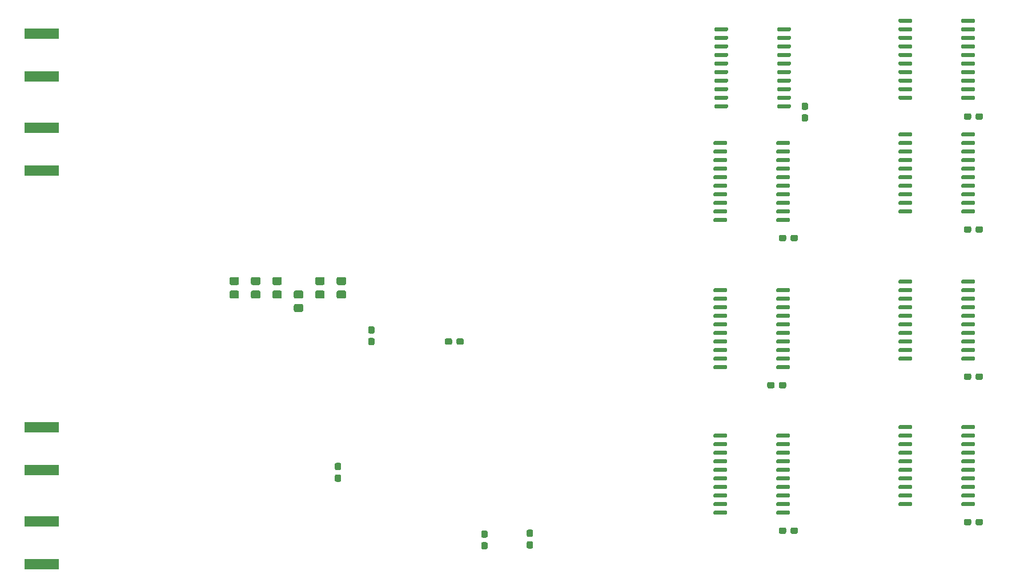
<source format=gbp>
G04 #@! TF.GenerationSoftware,KiCad,Pcbnew,5.1.9-73d0e3b20d~88~ubuntu18.04.1*
G04 #@! TF.CreationDate,2021-03-10T15:05:19+01:00*
G04 #@! TF.ProjectId,FPGA_buffer_board,46504741-5f62-4756-9666-65725f626f61,1.1*
G04 #@! TF.SameCoordinates,Original*
G04 #@! TF.FileFunction,Paste,Bot*
G04 #@! TF.FilePolarity,Positive*
%FSLAX46Y46*%
G04 Gerber Fmt 4.6, Leading zero omitted, Abs format (unit mm)*
G04 Created by KiCad (PCBNEW 5.1.9-73d0e3b20d~88~ubuntu18.04.1) date 2021-03-10 15:05:19*
%MOMM*%
%LPD*%
G01*
G04 APERTURE LIST*
%ADD10R,5.080000X1.500000*%
G04 APERTURE END LIST*
G36*
G01*
X201110000Y-71270000D02*
X201110000Y-70970000D01*
G75*
G02*
X201260000Y-70820000I150000J0D01*
G01*
X203010000Y-70820000D01*
G75*
G02*
X203160000Y-70970000I0J-150000D01*
G01*
X203160000Y-71270000D01*
G75*
G02*
X203010000Y-71420000I-150000J0D01*
G01*
X201260000Y-71420000D01*
G75*
G02*
X201110000Y-71270000I0J150000D01*
G01*
G37*
G36*
G01*
X201110000Y-70000000D02*
X201110000Y-69700000D01*
G75*
G02*
X201260000Y-69550000I150000J0D01*
G01*
X203010000Y-69550000D01*
G75*
G02*
X203160000Y-69700000I0J-150000D01*
G01*
X203160000Y-70000000D01*
G75*
G02*
X203010000Y-70150000I-150000J0D01*
G01*
X201260000Y-70150000D01*
G75*
G02*
X201110000Y-70000000I0J150000D01*
G01*
G37*
G36*
G01*
X201110000Y-68730000D02*
X201110000Y-68430000D01*
G75*
G02*
X201260000Y-68280000I150000J0D01*
G01*
X203010000Y-68280000D01*
G75*
G02*
X203160000Y-68430000I0J-150000D01*
G01*
X203160000Y-68730000D01*
G75*
G02*
X203010000Y-68880000I-150000J0D01*
G01*
X201260000Y-68880000D01*
G75*
G02*
X201110000Y-68730000I0J150000D01*
G01*
G37*
G36*
G01*
X201110000Y-67460000D02*
X201110000Y-67160000D01*
G75*
G02*
X201260000Y-67010000I150000J0D01*
G01*
X203010000Y-67010000D01*
G75*
G02*
X203160000Y-67160000I0J-150000D01*
G01*
X203160000Y-67460000D01*
G75*
G02*
X203010000Y-67610000I-150000J0D01*
G01*
X201260000Y-67610000D01*
G75*
G02*
X201110000Y-67460000I0J150000D01*
G01*
G37*
G36*
G01*
X201110000Y-66190000D02*
X201110000Y-65890000D01*
G75*
G02*
X201260000Y-65740000I150000J0D01*
G01*
X203010000Y-65740000D01*
G75*
G02*
X203160000Y-65890000I0J-150000D01*
G01*
X203160000Y-66190000D01*
G75*
G02*
X203010000Y-66340000I-150000J0D01*
G01*
X201260000Y-66340000D01*
G75*
G02*
X201110000Y-66190000I0J150000D01*
G01*
G37*
G36*
G01*
X201110000Y-64920000D02*
X201110000Y-64620000D01*
G75*
G02*
X201260000Y-64470000I150000J0D01*
G01*
X203010000Y-64470000D01*
G75*
G02*
X203160000Y-64620000I0J-150000D01*
G01*
X203160000Y-64920000D01*
G75*
G02*
X203010000Y-65070000I-150000J0D01*
G01*
X201260000Y-65070000D01*
G75*
G02*
X201110000Y-64920000I0J150000D01*
G01*
G37*
G36*
G01*
X201110000Y-63650000D02*
X201110000Y-63350000D01*
G75*
G02*
X201260000Y-63200000I150000J0D01*
G01*
X203010000Y-63200000D01*
G75*
G02*
X203160000Y-63350000I0J-150000D01*
G01*
X203160000Y-63650000D01*
G75*
G02*
X203010000Y-63800000I-150000J0D01*
G01*
X201260000Y-63800000D01*
G75*
G02*
X201110000Y-63650000I0J150000D01*
G01*
G37*
G36*
G01*
X201110000Y-62380000D02*
X201110000Y-62080000D01*
G75*
G02*
X201260000Y-61930000I150000J0D01*
G01*
X203010000Y-61930000D01*
G75*
G02*
X203160000Y-62080000I0J-150000D01*
G01*
X203160000Y-62380000D01*
G75*
G02*
X203010000Y-62530000I-150000J0D01*
G01*
X201260000Y-62530000D01*
G75*
G02*
X201110000Y-62380000I0J150000D01*
G01*
G37*
G36*
G01*
X201110000Y-61110000D02*
X201110000Y-60810000D01*
G75*
G02*
X201260000Y-60660000I150000J0D01*
G01*
X203010000Y-60660000D01*
G75*
G02*
X203160000Y-60810000I0J-150000D01*
G01*
X203160000Y-61110000D01*
G75*
G02*
X203010000Y-61260000I-150000J0D01*
G01*
X201260000Y-61260000D01*
G75*
G02*
X201110000Y-61110000I0J150000D01*
G01*
G37*
G36*
G01*
X201110000Y-59840000D02*
X201110000Y-59540000D01*
G75*
G02*
X201260000Y-59390000I150000J0D01*
G01*
X203010000Y-59390000D01*
G75*
G02*
X203160000Y-59540000I0J-150000D01*
G01*
X203160000Y-59840000D01*
G75*
G02*
X203010000Y-59990000I-150000J0D01*
G01*
X201260000Y-59990000D01*
G75*
G02*
X201110000Y-59840000I0J150000D01*
G01*
G37*
G36*
G01*
X191810000Y-59840000D02*
X191810000Y-59540000D01*
G75*
G02*
X191960000Y-59390000I150000J0D01*
G01*
X193710000Y-59390000D01*
G75*
G02*
X193860000Y-59540000I0J-150000D01*
G01*
X193860000Y-59840000D01*
G75*
G02*
X193710000Y-59990000I-150000J0D01*
G01*
X191960000Y-59990000D01*
G75*
G02*
X191810000Y-59840000I0J150000D01*
G01*
G37*
G36*
G01*
X191810000Y-61110000D02*
X191810000Y-60810000D01*
G75*
G02*
X191960000Y-60660000I150000J0D01*
G01*
X193710000Y-60660000D01*
G75*
G02*
X193860000Y-60810000I0J-150000D01*
G01*
X193860000Y-61110000D01*
G75*
G02*
X193710000Y-61260000I-150000J0D01*
G01*
X191960000Y-61260000D01*
G75*
G02*
X191810000Y-61110000I0J150000D01*
G01*
G37*
G36*
G01*
X191810000Y-62380000D02*
X191810000Y-62080000D01*
G75*
G02*
X191960000Y-61930000I150000J0D01*
G01*
X193710000Y-61930000D01*
G75*
G02*
X193860000Y-62080000I0J-150000D01*
G01*
X193860000Y-62380000D01*
G75*
G02*
X193710000Y-62530000I-150000J0D01*
G01*
X191960000Y-62530000D01*
G75*
G02*
X191810000Y-62380000I0J150000D01*
G01*
G37*
G36*
G01*
X191810000Y-63650000D02*
X191810000Y-63350000D01*
G75*
G02*
X191960000Y-63200000I150000J0D01*
G01*
X193710000Y-63200000D01*
G75*
G02*
X193860000Y-63350000I0J-150000D01*
G01*
X193860000Y-63650000D01*
G75*
G02*
X193710000Y-63800000I-150000J0D01*
G01*
X191960000Y-63800000D01*
G75*
G02*
X191810000Y-63650000I0J150000D01*
G01*
G37*
G36*
G01*
X191810000Y-64920000D02*
X191810000Y-64620000D01*
G75*
G02*
X191960000Y-64470000I150000J0D01*
G01*
X193710000Y-64470000D01*
G75*
G02*
X193860000Y-64620000I0J-150000D01*
G01*
X193860000Y-64920000D01*
G75*
G02*
X193710000Y-65070000I-150000J0D01*
G01*
X191960000Y-65070000D01*
G75*
G02*
X191810000Y-64920000I0J150000D01*
G01*
G37*
G36*
G01*
X191810000Y-66190000D02*
X191810000Y-65890000D01*
G75*
G02*
X191960000Y-65740000I150000J0D01*
G01*
X193710000Y-65740000D01*
G75*
G02*
X193860000Y-65890000I0J-150000D01*
G01*
X193860000Y-66190000D01*
G75*
G02*
X193710000Y-66340000I-150000J0D01*
G01*
X191960000Y-66340000D01*
G75*
G02*
X191810000Y-66190000I0J150000D01*
G01*
G37*
G36*
G01*
X191810000Y-67460000D02*
X191810000Y-67160000D01*
G75*
G02*
X191960000Y-67010000I150000J0D01*
G01*
X193710000Y-67010000D01*
G75*
G02*
X193860000Y-67160000I0J-150000D01*
G01*
X193860000Y-67460000D01*
G75*
G02*
X193710000Y-67610000I-150000J0D01*
G01*
X191960000Y-67610000D01*
G75*
G02*
X191810000Y-67460000I0J150000D01*
G01*
G37*
G36*
G01*
X191810000Y-68730000D02*
X191810000Y-68430000D01*
G75*
G02*
X191960000Y-68280000I150000J0D01*
G01*
X193710000Y-68280000D01*
G75*
G02*
X193860000Y-68430000I0J-150000D01*
G01*
X193860000Y-68730000D01*
G75*
G02*
X193710000Y-68880000I-150000J0D01*
G01*
X191960000Y-68880000D01*
G75*
G02*
X191810000Y-68730000I0J150000D01*
G01*
G37*
G36*
G01*
X191810000Y-70000000D02*
X191810000Y-69700000D01*
G75*
G02*
X191960000Y-69550000I150000J0D01*
G01*
X193710000Y-69550000D01*
G75*
G02*
X193860000Y-69700000I0J-150000D01*
G01*
X193860000Y-70000000D01*
G75*
G02*
X193710000Y-70150000I-150000J0D01*
G01*
X191960000Y-70150000D01*
G75*
G02*
X191810000Y-70000000I0J150000D01*
G01*
G37*
G36*
G01*
X191810000Y-71270000D02*
X191810000Y-70970000D01*
G75*
G02*
X191960000Y-70820000I150000J0D01*
G01*
X193710000Y-70820000D01*
G75*
G02*
X193860000Y-70970000I0J-150000D01*
G01*
X193860000Y-71270000D01*
G75*
G02*
X193710000Y-71420000I-150000J0D01*
G01*
X191960000Y-71420000D01*
G75*
G02*
X191810000Y-71270000I0J150000D01*
G01*
G37*
G36*
G01*
X219115000Y-108735000D02*
X219115000Y-108435000D01*
G75*
G02*
X219265000Y-108285000I150000J0D01*
G01*
X221015000Y-108285000D01*
G75*
G02*
X221165000Y-108435000I0J-150000D01*
G01*
X221165000Y-108735000D01*
G75*
G02*
X221015000Y-108885000I-150000J0D01*
G01*
X219265000Y-108885000D01*
G75*
G02*
X219115000Y-108735000I0J150000D01*
G01*
G37*
G36*
G01*
X219115000Y-107465000D02*
X219115000Y-107165000D01*
G75*
G02*
X219265000Y-107015000I150000J0D01*
G01*
X221015000Y-107015000D01*
G75*
G02*
X221165000Y-107165000I0J-150000D01*
G01*
X221165000Y-107465000D01*
G75*
G02*
X221015000Y-107615000I-150000J0D01*
G01*
X219265000Y-107615000D01*
G75*
G02*
X219115000Y-107465000I0J150000D01*
G01*
G37*
G36*
G01*
X219115000Y-106195000D02*
X219115000Y-105895000D01*
G75*
G02*
X219265000Y-105745000I150000J0D01*
G01*
X221015000Y-105745000D01*
G75*
G02*
X221165000Y-105895000I0J-150000D01*
G01*
X221165000Y-106195000D01*
G75*
G02*
X221015000Y-106345000I-150000J0D01*
G01*
X219265000Y-106345000D01*
G75*
G02*
X219115000Y-106195000I0J150000D01*
G01*
G37*
G36*
G01*
X219115000Y-104925000D02*
X219115000Y-104625000D01*
G75*
G02*
X219265000Y-104475000I150000J0D01*
G01*
X221015000Y-104475000D01*
G75*
G02*
X221165000Y-104625000I0J-150000D01*
G01*
X221165000Y-104925000D01*
G75*
G02*
X221015000Y-105075000I-150000J0D01*
G01*
X219265000Y-105075000D01*
G75*
G02*
X219115000Y-104925000I0J150000D01*
G01*
G37*
G36*
G01*
X219115000Y-103655000D02*
X219115000Y-103355000D01*
G75*
G02*
X219265000Y-103205000I150000J0D01*
G01*
X221015000Y-103205000D01*
G75*
G02*
X221165000Y-103355000I0J-150000D01*
G01*
X221165000Y-103655000D01*
G75*
G02*
X221015000Y-103805000I-150000J0D01*
G01*
X219265000Y-103805000D01*
G75*
G02*
X219115000Y-103655000I0J150000D01*
G01*
G37*
G36*
G01*
X219115000Y-102385000D02*
X219115000Y-102085000D01*
G75*
G02*
X219265000Y-101935000I150000J0D01*
G01*
X221015000Y-101935000D01*
G75*
G02*
X221165000Y-102085000I0J-150000D01*
G01*
X221165000Y-102385000D01*
G75*
G02*
X221015000Y-102535000I-150000J0D01*
G01*
X219265000Y-102535000D01*
G75*
G02*
X219115000Y-102385000I0J150000D01*
G01*
G37*
G36*
G01*
X219115000Y-101115000D02*
X219115000Y-100815000D01*
G75*
G02*
X219265000Y-100665000I150000J0D01*
G01*
X221015000Y-100665000D01*
G75*
G02*
X221165000Y-100815000I0J-150000D01*
G01*
X221165000Y-101115000D01*
G75*
G02*
X221015000Y-101265000I-150000J0D01*
G01*
X219265000Y-101265000D01*
G75*
G02*
X219115000Y-101115000I0J150000D01*
G01*
G37*
G36*
G01*
X219115000Y-99845000D02*
X219115000Y-99545000D01*
G75*
G02*
X219265000Y-99395000I150000J0D01*
G01*
X221015000Y-99395000D01*
G75*
G02*
X221165000Y-99545000I0J-150000D01*
G01*
X221165000Y-99845000D01*
G75*
G02*
X221015000Y-99995000I-150000J0D01*
G01*
X219265000Y-99995000D01*
G75*
G02*
X219115000Y-99845000I0J150000D01*
G01*
G37*
G36*
G01*
X219115000Y-98575000D02*
X219115000Y-98275000D01*
G75*
G02*
X219265000Y-98125000I150000J0D01*
G01*
X221015000Y-98125000D01*
G75*
G02*
X221165000Y-98275000I0J-150000D01*
G01*
X221165000Y-98575000D01*
G75*
G02*
X221015000Y-98725000I-150000J0D01*
G01*
X219265000Y-98725000D01*
G75*
G02*
X219115000Y-98575000I0J150000D01*
G01*
G37*
G36*
G01*
X219115000Y-97305000D02*
X219115000Y-97005000D01*
G75*
G02*
X219265000Y-96855000I150000J0D01*
G01*
X221015000Y-96855000D01*
G75*
G02*
X221165000Y-97005000I0J-150000D01*
G01*
X221165000Y-97305000D01*
G75*
G02*
X221015000Y-97455000I-150000J0D01*
G01*
X219265000Y-97455000D01*
G75*
G02*
X219115000Y-97305000I0J150000D01*
G01*
G37*
G36*
G01*
X228415000Y-97305000D02*
X228415000Y-97005000D01*
G75*
G02*
X228565000Y-96855000I150000J0D01*
G01*
X230315000Y-96855000D01*
G75*
G02*
X230465000Y-97005000I0J-150000D01*
G01*
X230465000Y-97305000D01*
G75*
G02*
X230315000Y-97455000I-150000J0D01*
G01*
X228565000Y-97455000D01*
G75*
G02*
X228415000Y-97305000I0J150000D01*
G01*
G37*
G36*
G01*
X228415000Y-98575000D02*
X228415000Y-98275000D01*
G75*
G02*
X228565000Y-98125000I150000J0D01*
G01*
X230315000Y-98125000D01*
G75*
G02*
X230465000Y-98275000I0J-150000D01*
G01*
X230465000Y-98575000D01*
G75*
G02*
X230315000Y-98725000I-150000J0D01*
G01*
X228565000Y-98725000D01*
G75*
G02*
X228415000Y-98575000I0J150000D01*
G01*
G37*
G36*
G01*
X228415000Y-99845000D02*
X228415000Y-99545000D01*
G75*
G02*
X228565000Y-99395000I150000J0D01*
G01*
X230315000Y-99395000D01*
G75*
G02*
X230465000Y-99545000I0J-150000D01*
G01*
X230465000Y-99845000D01*
G75*
G02*
X230315000Y-99995000I-150000J0D01*
G01*
X228565000Y-99995000D01*
G75*
G02*
X228415000Y-99845000I0J150000D01*
G01*
G37*
G36*
G01*
X228415000Y-101115000D02*
X228415000Y-100815000D01*
G75*
G02*
X228565000Y-100665000I150000J0D01*
G01*
X230315000Y-100665000D01*
G75*
G02*
X230465000Y-100815000I0J-150000D01*
G01*
X230465000Y-101115000D01*
G75*
G02*
X230315000Y-101265000I-150000J0D01*
G01*
X228565000Y-101265000D01*
G75*
G02*
X228415000Y-101115000I0J150000D01*
G01*
G37*
G36*
G01*
X228415000Y-102385000D02*
X228415000Y-102085000D01*
G75*
G02*
X228565000Y-101935000I150000J0D01*
G01*
X230315000Y-101935000D01*
G75*
G02*
X230465000Y-102085000I0J-150000D01*
G01*
X230465000Y-102385000D01*
G75*
G02*
X230315000Y-102535000I-150000J0D01*
G01*
X228565000Y-102535000D01*
G75*
G02*
X228415000Y-102385000I0J150000D01*
G01*
G37*
G36*
G01*
X228415000Y-103655000D02*
X228415000Y-103355000D01*
G75*
G02*
X228565000Y-103205000I150000J0D01*
G01*
X230315000Y-103205000D01*
G75*
G02*
X230465000Y-103355000I0J-150000D01*
G01*
X230465000Y-103655000D01*
G75*
G02*
X230315000Y-103805000I-150000J0D01*
G01*
X228565000Y-103805000D01*
G75*
G02*
X228415000Y-103655000I0J150000D01*
G01*
G37*
G36*
G01*
X228415000Y-104925000D02*
X228415000Y-104625000D01*
G75*
G02*
X228565000Y-104475000I150000J0D01*
G01*
X230315000Y-104475000D01*
G75*
G02*
X230465000Y-104625000I0J-150000D01*
G01*
X230465000Y-104925000D01*
G75*
G02*
X230315000Y-105075000I-150000J0D01*
G01*
X228565000Y-105075000D01*
G75*
G02*
X228415000Y-104925000I0J150000D01*
G01*
G37*
G36*
G01*
X228415000Y-106195000D02*
X228415000Y-105895000D01*
G75*
G02*
X228565000Y-105745000I150000J0D01*
G01*
X230315000Y-105745000D01*
G75*
G02*
X230465000Y-105895000I0J-150000D01*
G01*
X230465000Y-106195000D01*
G75*
G02*
X230315000Y-106345000I-150000J0D01*
G01*
X228565000Y-106345000D01*
G75*
G02*
X228415000Y-106195000I0J150000D01*
G01*
G37*
G36*
G01*
X228415000Y-107465000D02*
X228415000Y-107165000D01*
G75*
G02*
X228565000Y-107015000I150000J0D01*
G01*
X230315000Y-107015000D01*
G75*
G02*
X230465000Y-107165000I0J-150000D01*
G01*
X230465000Y-107465000D01*
G75*
G02*
X230315000Y-107615000I-150000J0D01*
G01*
X228565000Y-107615000D01*
G75*
G02*
X228415000Y-107465000I0J150000D01*
G01*
G37*
G36*
G01*
X228415000Y-108735000D02*
X228415000Y-108435000D01*
G75*
G02*
X228565000Y-108285000I150000J0D01*
G01*
X230315000Y-108285000D01*
G75*
G02*
X230465000Y-108435000I0J-150000D01*
G01*
X230465000Y-108735000D01*
G75*
G02*
X230315000Y-108885000I-150000J0D01*
G01*
X228565000Y-108885000D01*
G75*
G02*
X228415000Y-108735000I0J150000D01*
G01*
G37*
G36*
G01*
X219115000Y-130325000D02*
X219115000Y-130025000D01*
G75*
G02*
X219265000Y-129875000I150000J0D01*
G01*
X221015000Y-129875000D01*
G75*
G02*
X221165000Y-130025000I0J-150000D01*
G01*
X221165000Y-130325000D01*
G75*
G02*
X221015000Y-130475000I-150000J0D01*
G01*
X219265000Y-130475000D01*
G75*
G02*
X219115000Y-130325000I0J150000D01*
G01*
G37*
G36*
G01*
X219115000Y-129055000D02*
X219115000Y-128755000D01*
G75*
G02*
X219265000Y-128605000I150000J0D01*
G01*
X221015000Y-128605000D01*
G75*
G02*
X221165000Y-128755000I0J-150000D01*
G01*
X221165000Y-129055000D01*
G75*
G02*
X221015000Y-129205000I-150000J0D01*
G01*
X219265000Y-129205000D01*
G75*
G02*
X219115000Y-129055000I0J150000D01*
G01*
G37*
G36*
G01*
X219115000Y-127785000D02*
X219115000Y-127485000D01*
G75*
G02*
X219265000Y-127335000I150000J0D01*
G01*
X221015000Y-127335000D01*
G75*
G02*
X221165000Y-127485000I0J-150000D01*
G01*
X221165000Y-127785000D01*
G75*
G02*
X221015000Y-127935000I-150000J0D01*
G01*
X219265000Y-127935000D01*
G75*
G02*
X219115000Y-127785000I0J150000D01*
G01*
G37*
G36*
G01*
X219115000Y-126515000D02*
X219115000Y-126215000D01*
G75*
G02*
X219265000Y-126065000I150000J0D01*
G01*
X221015000Y-126065000D01*
G75*
G02*
X221165000Y-126215000I0J-150000D01*
G01*
X221165000Y-126515000D01*
G75*
G02*
X221015000Y-126665000I-150000J0D01*
G01*
X219265000Y-126665000D01*
G75*
G02*
X219115000Y-126515000I0J150000D01*
G01*
G37*
G36*
G01*
X219115000Y-125245000D02*
X219115000Y-124945000D01*
G75*
G02*
X219265000Y-124795000I150000J0D01*
G01*
X221015000Y-124795000D01*
G75*
G02*
X221165000Y-124945000I0J-150000D01*
G01*
X221165000Y-125245000D01*
G75*
G02*
X221015000Y-125395000I-150000J0D01*
G01*
X219265000Y-125395000D01*
G75*
G02*
X219115000Y-125245000I0J150000D01*
G01*
G37*
G36*
G01*
X219115000Y-123975000D02*
X219115000Y-123675000D01*
G75*
G02*
X219265000Y-123525000I150000J0D01*
G01*
X221015000Y-123525000D01*
G75*
G02*
X221165000Y-123675000I0J-150000D01*
G01*
X221165000Y-123975000D01*
G75*
G02*
X221015000Y-124125000I-150000J0D01*
G01*
X219265000Y-124125000D01*
G75*
G02*
X219115000Y-123975000I0J150000D01*
G01*
G37*
G36*
G01*
X219115000Y-122705000D02*
X219115000Y-122405000D01*
G75*
G02*
X219265000Y-122255000I150000J0D01*
G01*
X221015000Y-122255000D01*
G75*
G02*
X221165000Y-122405000I0J-150000D01*
G01*
X221165000Y-122705000D01*
G75*
G02*
X221015000Y-122855000I-150000J0D01*
G01*
X219265000Y-122855000D01*
G75*
G02*
X219115000Y-122705000I0J150000D01*
G01*
G37*
G36*
G01*
X219115000Y-121435000D02*
X219115000Y-121135000D01*
G75*
G02*
X219265000Y-120985000I150000J0D01*
G01*
X221015000Y-120985000D01*
G75*
G02*
X221165000Y-121135000I0J-150000D01*
G01*
X221165000Y-121435000D01*
G75*
G02*
X221015000Y-121585000I-150000J0D01*
G01*
X219265000Y-121585000D01*
G75*
G02*
X219115000Y-121435000I0J150000D01*
G01*
G37*
G36*
G01*
X219115000Y-120165000D02*
X219115000Y-119865000D01*
G75*
G02*
X219265000Y-119715000I150000J0D01*
G01*
X221015000Y-119715000D01*
G75*
G02*
X221165000Y-119865000I0J-150000D01*
G01*
X221165000Y-120165000D01*
G75*
G02*
X221015000Y-120315000I-150000J0D01*
G01*
X219265000Y-120315000D01*
G75*
G02*
X219115000Y-120165000I0J150000D01*
G01*
G37*
G36*
G01*
X219115000Y-118895000D02*
X219115000Y-118595000D01*
G75*
G02*
X219265000Y-118445000I150000J0D01*
G01*
X221015000Y-118445000D01*
G75*
G02*
X221165000Y-118595000I0J-150000D01*
G01*
X221165000Y-118895000D01*
G75*
G02*
X221015000Y-119045000I-150000J0D01*
G01*
X219265000Y-119045000D01*
G75*
G02*
X219115000Y-118895000I0J150000D01*
G01*
G37*
G36*
G01*
X228415000Y-118895000D02*
X228415000Y-118595000D01*
G75*
G02*
X228565000Y-118445000I150000J0D01*
G01*
X230315000Y-118445000D01*
G75*
G02*
X230465000Y-118595000I0J-150000D01*
G01*
X230465000Y-118895000D01*
G75*
G02*
X230315000Y-119045000I-150000J0D01*
G01*
X228565000Y-119045000D01*
G75*
G02*
X228415000Y-118895000I0J150000D01*
G01*
G37*
G36*
G01*
X228415000Y-120165000D02*
X228415000Y-119865000D01*
G75*
G02*
X228565000Y-119715000I150000J0D01*
G01*
X230315000Y-119715000D01*
G75*
G02*
X230465000Y-119865000I0J-150000D01*
G01*
X230465000Y-120165000D01*
G75*
G02*
X230315000Y-120315000I-150000J0D01*
G01*
X228565000Y-120315000D01*
G75*
G02*
X228415000Y-120165000I0J150000D01*
G01*
G37*
G36*
G01*
X228415000Y-121435000D02*
X228415000Y-121135000D01*
G75*
G02*
X228565000Y-120985000I150000J0D01*
G01*
X230315000Y-120985000D01*
G75*
G02*
X230465000Y-121135000I0J-150000D01*
G01*
X230465000Y-121435000D01*
G75*
G02*
X230315000Y-121585000I-150000J0D01*
G01*
X228565000Y-121585000D01*
G75*
G02*
X228415000Y-121435000I0J150000D01*
G01*
G37*
G36*
G01*
X228415000Y-122705000D02*
X228415000Y-122405000D01*
G75*
G02*
X228565000Y-122255000I150000J0D01*
G01*
X230315000Y-122255000D01*
G75*
G02*
X230465000Y-122405000I0J-150000D01*
G01*
X230465000Y-122705000D01*
G75*
G02*
X230315000Y-122855000I-150000J0D01*
G01*
X228565000Y-122855000D01*
G75*
G02*
X228415000Y-122705000I0J150000D01*
G01*
G37*
G36*
G01*
X228415000Y-123975000D02*
X228415000Y-123675000D01*
G75*
G02*
X228565000Y-123525000I150000J0D01*
G01*
X230315000Y-123525000D01*
G75*
G02*
X230465000Y-123675000I0J-150000D01*
G01*
X230465000Y-123975000D01*
G75*
G02*
X230315000Y-124125000I-150000J0D01*
G01*
X228565000Y-124125000D01*
G75*
G02*
X228415000Y-123975000I0J150000D01*
G01*
G37*
G36*
G01*
X228415000Y-125245000D02*
X228415000Y-124945000D01*
G75*
G02*
X228565000Y-124795000I150000J0D01*
G01*
X230315000Y-124795000D01*
G75*
G02*
X230465000Y-124945000I0J-150000D01*
G01*
X230465000Y-125245000D01*
G75*
G02*
X230315000Y-125395000I-150000J0D01*
G01*
X228565000Y-125395000D01*
G75*
G02*
X228415000Y-125245000I0J150000D01*
G01*
G37*
G36*
G01*
X228415000Y-126515000D02*
X228415000Y-126215000D01*
G75*
G02*
X228565000Y-126065000I150000J0D01*
G01*
X230315000Y-126065000D01*
G75*
G02*
X230465000Y-126215000I0J-150000D01*
G01*
X230465000Y-126515000D01*
G75*
G02*
X230315000Y-126665000I-150000J0D01*
G01*
X228565000Y-126665000D01*
G75*
G02*
X228415000Y-126515000I0J150000D01*
G01*
G37*
G36*
G01*
X228415000Y-127785000D02*
X228415000Y-127485000D01*
G75*
G02*
X228565000Y-127335000I150000J0D01*
G01*
X230315000Y-127335000D01*
G75*
G02*
X230465000Y-127485000I0J-150000D01*
G01*
X230465000Y-127785000D01*
G75*
G02*
X230315000Y-127935000I-150000J0D01*
G01*
X228565000Y-127935000D01*
G75*
G02*
X228415000Y-127785000I0J150000D01*
G01*
G37*
G36*
G01*
X228415000Y-129055000D02*
X228415000Y-128755000D01*
G75*
G02*
X228565000Y-128605000I150000J0D01*
G01*
X230315000Y-128605000D01*
G75*
G02*
X230465000Y-128755000I0J-150000D01*
G01*
X230465000Y-129055000D01*
G75*
G02*
X230315000Y-129205000I-150000J0D01*
G01*
X228565000Y-129205000D01*
G75*
G02*
X228415000Y-129055000I0J150000D01*
G01*
G37*
G36*
G01*
X228415000Y-130325000D02*
X228415000Y-130025000D01*
G75*
G02*
X228565000Y-129875000I150000J0D01*
G01*
X230315000Y-129875000D01*
G75*
G02*
X230465000Y-130025000I0J-150000D01*
G01*
X230465000Y-130325000D01*
G75*
G02*
X230315000Y-130475000I-150000J0D01*
G01*
X228565000Y-130475000D01*
G75*
G02*
X228415000Y-130325000I0J150000D01*
G01*
G37*
D10*
X92075000Y-132715000D03*
X92075000Y-139065000D03*
X92075000Y-125095000D03*
X92075000Y-118745000D03*
G36*
G01*
X200983000Y-88161000D02*
X200983000Y-87861000D01*
G75*
G02*
X201133000Y-87711000I150000J0D01*
G01*
X202883000Y-87711000D01*
G75*
G02*
X203033000Y-87861000I0J-150000D01*
G01*
X203033000Y-88161000D01*
G75*
G02*
X202883000Y-88311000I-150000J0D01*
G01*
X201133000Y-88311000D01*
G75*
G02*
X200983000Y-88161000I0J150000D01*
G01*
G37*
G36*
G01*
X200983000Y-86891000D02*
X200983000Y-86591000D01*
G75*
G02*
X201133000Y-86441000I150000J0D01*
G01*
X202883000Y-86441000D01*
G75*
G02*
X203033000Y-86591000I0J-150000D01*
G01*
X203033000Y-86891000D01*
G75*
G02*
X202883000Y-87041000I-150000J0D01*
G01*
X201133000Y-87041000D01*
G75*
G02*
X200983000Y-86891000I0J150000D01*
G01*
G37*
G36*
G01*
X200983000Y-85621000D02*
X200983000Y-85321000D01*
G75*
G02*
X201133000Y-85171000I150000J0D01*
G01*
X202883000Y-85171000D01*
G75*
G02*
X203033000Y-85321000I0J-150000D01*
G01*
X203033000Y-85621000D01*
G75*
G02*
X202883000Y-85771000I-150000J0D01*
G01*
X201133000Y-85771000D01*
G75*
G02*
X200983000Y-85621000I0J150000D01*
G01*
G37*
G36*
G01*
X200983000Y-84351000D02*
X200983000Y-84051000D01*
G75*
G02*
X201133000Y-83901000I150000J0D01*
G01*
X202883000Y-83901000D01*
G75*
G02*
X203033000Y-84051000I0J-150000D01*
G01*
X203033000Y-84351000D01*
G75*
G02*
X202883000Y-84501000I-150000J0D01*
G01*
X201133000Y-84501000D01*
G75*
G02*
X200983000Y-84351000I0J150000D01*
G01*
G37*
G36*
G01*
X200983000Y-83081000D02*
X200983000Y-82781000D01*
G75*
G02*
X201133000Y-82631000I150000J0D01*
G01*
X202883000Y-82631000D01*
G75*
G02*
X203033000Y-82781000I0J-150000D01*
G01*
X203033000Y-83081000D01*
G75*
G02*
X202883000Y-83231000I-150000J0D01*
G01*
X201133000Y-83231000D01*
G75*
G02*
X200983000Y-83081000I0J150000D01*
G01*
G37*
G36*
G01*
X200983000Y-81811000D02*
X200983000Y-81511000D01*
G75*
G02*
X201133000Y-81361000I150000J0D01*
G01*
X202883000Y-81361000D01*
G75*
G02*
X203033000Y-81511000I0J-150000D01*
G01*
X203033000Y-81811000D01*
G75*
G02*
X202883000Y-81961000I-150000J0D01*
G01*
X201133000Y-81961000D01*
G75*
G02*
X200983000Y-81811000I0J150000D01*
G01*
G37*
G36*
G01*
X200983000Y-80541000D02*
X200983000Y-80241000D01*
G75*
G02*
X201133000Y-80091000I150000J0D01*
G01*
X202883000Y-80091000D01*
G75*
G02*
X203033000Y-80241000I0J-150000D01*
G01*
X203033000Y-80541000D01*
G75*
G02*
X202883000Y-80691000I-150000J0D01*
G01*
X201133000Y-80691000D01*
G75*
G02*
X200983000Y-80541000I0J150000D01*
G01*
G37*
G36*
G01*
X200983000Y-79271000D02*
X200983000Y-78971000D01*
G75*
G02*
X201133000Y-78821000I150000J0D01*
G01*
X202883000Y-78821000D01*
G75*
G02*
X203033000Y-78971000I0J-150000D01*
G01*
X203033000Y-79271000D01*
G75*
G02*
X202883000Y-79421000I-150000J0D01*
G01*
X201133000Y-79421000D01*
G75*
G02*
X200983000Y-79271000I0J150000D01*
G01*
G37*
G36*
G01*
X200983000Y-78001000D02*
X200983000Y-77701000D01*
G75*
G02*
X201133000Y-77551000I150000J0D01*
G01*
X202883000Y-77551000D01*
G75*
G02*
X203033000Y-77701000I0J-150000D01*
G01*
X203033000Y-78001000D01*
G75*
G02*
X202883000Y-78151000I-150000J0D01*
G01*
X201133000Y-78151000D01*
G75*
G02*
X200983000Y-78001000I0J150000D01*
G01*
G37*
G36*
G01*
X200983000Y-76731000D02*
X200983000Y-76431000D01*
G75*
G02*
X201133000Y-76281000I150000J0D01*
G01*
X202883000Y-76281000D01*
G75*
G02*
X203033000Y-76431000I0J-150000D01*
G01*
X203033000Y-76731000D01*
G75*
G02*
X202883000Y-76881000I-150000J0D01*
G01*
X201133000Y-76881000D01*
G75*
G02*
X200983000Y-76731000I0J150000D01*
G01*
G37*
G36*
G01*
X191683000Y-76731000D02*
X191683000Y-76431000D01*
G75*
G02*
X191833000Y-76281000I150000J0D01*
G01*
X193583000Y-76281000D01*
G75*
G02*
X193733000Y-76431000I0J-150000D01*
G01*
X193733000Y-76731000D01*
G75*
G02*
X193583000Y-76881000I-150000J0D01*
G01*
X191833000Y-76881000D01*
G75*
G02*
X191683000Y-76731000I0J150000D01*
G01*
G37*
G36*
G01*
X191683000Y-78001000D02*
X191683000Y-77701000D01*
G75*
G02*
X191833000Y-77551000I150000J0D01*
G01*
X193583000Y-77551000D01*
G75*
G02*
X193733000Y-77701000I0J-150000D01*
G01*
X193733000Y-78001000D01*
G75*
G02*
X193583000Y-78151000I-150000J0D01*
G01*
X191833000Y-78151000D01*
G75*
G02*
X191683000Y-78001000I0J150000D01*
G01*
G37*
G36*
G01*
X191683000Y-79271000D02*
X191683000Y-78971000D01*
G75*
G02*
X191833000Y-78821000I150000J0D01*
G01*
X193583000Y-78821000D01*
G75*
G02*
X193733000Y-78971000I0J-150000D01*
G01*
X193733000Y-79271000D01*
G75*
G02*
X193583000Y-79421000I-150000J0D01*
G01*
X191833000Y-79421000D01*
G75*
G02*
X191683000Y-79271000I0J150000D01*
G01*
G37*
G36*
G01*
X191683000Y-80541000D02*
X191683000Y-80241000D01*
G75*
G02*
X191833000Y-80091000I150000J0D01*
G01*
X193583000Y-80091000D01*
G75*
G02*
X193733000Y-80241000I0J-150000D01*
G01*
X193733000Y-80541000D01*
G75*
G02*
X193583000Y-80691000I-150000J0D01*
G01*
X191833000Y-80691000D01*
G75*
G02*
X191683000Y-80541000I0J150000D01*
G01*
G37*
G36*
G01*
X191683000Y-81811000D02*
X191683000Y-81511000D01*
G75*
G02*
X191833000Y-81361000I150000J0D01*
G01*
X193583000Y-81361000D01*
G75*
G02*
X193733000Y-81511000I0J-150000D01*
G01*
X193733000Y-81811000D01*
G75*
G02*
X193583000Y-81961000I-150000J0D01*
G01*
X191833000Y-81961000D01*
G75*
G02*
X191683000Y-81811000I0J150000D01*
G01*
G37*
G36*
G01*
X191683000Y-83081000D02*
X191683000Y-82781000D01*
G75*
G02*
X191833000Y-82631000I150000J0D01*
G01*
X193583000Y-82631000D01*
G75*
G02*
X193733000Y-82781000I0J-150000D01*
G01*
X193733000Y-83081000D01*
G75*
G02*
X193583000Y-83231000I-150000J0D01*
G01*
X191833000Y-83231000D01*
G75*
G02*
X191683000Y-83081000I0J150000D01*
G01*
G37*
G36*
G01*
X191683000Y-84351000D02*
X191683000Y-84051000D01*
G75*
G02*
X191833000Y-83901000I150000J0D01*
G01*
X193583000Y-83901000D01*
G75*
G02*
X193733000Y-84051000I0J-150000D01*
G01*
X193733000Y-84351000D01*
G75*
G02*
X193583000Y-84501000I-150000J0D01*
G01*
X191833000Y-84501000D01*
G75*
G02*
X191683000Y-84351000I0J150000D01*
G01*
G37*
G36*
G01*
X191683000Y-85621000D02*
X191683000Y-85321000D01*
G75*
G02*
X191833000Y-85171000I150000J0D01*
G01*
X193583000Y-85171000D01*
G75*
G02*
X193733000Y-85321000I0J-150000D01*
G01*
X193733000Y-85621000D01*
G75*
G02*
X193583000Y-85771000I-150000J0D01*
G01*
X191833000Y-85771000D01*
G75*
G02*
X191683000Y-85621000I0J150000D01*
G01*
G37*
G36*
G01*
X191683000Y-86891000D02*
X191683000Y-86591000D01*
G75*
G02*
X191833000Y-86441000I150000J0D01*
G01*
X193583000Y-86441000D01*
G75*
G02*
X193733000Y-86591000I0J-150000D01*
G01*
X193733000Y-86891000D01*
G75*
G02*
X193583000Y-87041000I-150000J0D01*
G01*
X191833000Y-87041000D01*
G75*
G02*
X191683000Y-86891000I0J150000D01*
G01*
G37*
G36*
G01*
X191683000Y-88161000D02*
X191683000Y-87861000D01*
G75*
G02*
X191833000Y-87711000I150000J0D01*
G01*
X193583000Y-87711000D01*
G75*
G02*
X193733000Y-87861000I0J-150000D01*
G01*
X193733000Y-88161000D01*
G75*
G02*
X193583000Y-88311000I-150000J0D01*
G01*
X191833000Y-88311000D01*
G75*
G02*
X191683000Y-88161000I0J150000D01*
G01*
G37*
G36*
G01*
X191683000Y-110005000D02*
X191683000Y-109705000D01*
G75*
G02*
X191833000Y-109555000I150000J0D01*
G01*
X193583000Y-109555000D01*
G75*
G02*
X193733000Y-109705000I0J-150000D01*
G01*
X193733000Y-110005000D01*
G75*
G02*
X193583000Y-110155000I-150000J0D01*
G01*
X191833000Y-110155000D01*
G75*
G02*
X191683000Y-110005000I0J150000D01*
G01*
G37*
G36*
G01*
X191683000Y-108735000D02*
X191683000Y-108435000D01*
G75*
G02*
X191833000Y-108285000I150000J0D01*
G01*
X193583000Y-108285000D01*
G75*
G02*
X193733000Y-108435000I0J-150000D01*
G01*
X193733000Y-108735000D01*
G75*
G02*
X193583000Y-108885000I-150000J0D01*
G01*
X191833000Y-108885000D01*
G75*
G02*
X191683000Y-108735000I0J150000D01*
G01*
G37*
G36*
G01*
X191683000Y-107465000D02*
X191683000Y-107165000D01*
G75*
G02*
X191833000Y-107015000I150000J0D01*
G01*
X193583000Y-107015000D01*
G75*
G02*
X193733000Y-107165000I0J-150000D01*
G01*
X193733000Y-107465000D01*
G75*
G02*
X193583000Y-107615000I-150000J0D01*
G01*
X191833000Y-107615000D01*
G75*
G02*
X191683000Y-107465000I0J150000D01*
G01*
G37*
G36*
G01*
X191683000Y-106195000D02*
X191683000Y-105895000D01*
G75*
G02*
X191833000Y-105745000I150000J0D01*
G01*
X193583000Y-105745000D01*
G75*
G02*
X193733000Y-105895000I0J-150000D01*
G01*
X193733000Y-106195000D01*
G75*
G02*
X193583000Y-106345000I-150000J0D01*
G01*
X191833000Y-106345000D01*
G75*
G02*
X191683000Y-106195000I0J150000D01*
G01*
G37*
G36*
G01*
X191683000Y-104925000D02*
X191683000Y-104625000D01*
G75*
G02*
X191833000Y-104475000I150000J0D01*
G01*
X193583000Y-104475000D01*
G75*
G02*
X193733000Y-104625000I0J-150000D01*
G01*
X193733000Y-104925000D01*
G75*
G02*
X193583000Y-105075000I-150000J0D01*
G01*
X191833000Y-105075000D01*
G75*
G02*
X191683000Y-104925000I0J150000D01*
G01*
G37*
G36*
G01*
X191683000Y-103655000D02*
X191683000Y-103355000D01*
G75*
G02*
X191833000Y-103205000I150000J0D01*
G01*
X193583000Y-103205000D01*
G75*
G02*
X193733000Y-103355000I0J-150000D01*
G01*
X193733000Y-103655000D01*
G75*
G02*
X193583000Y-103805000I-150000J0D01*
G01*
X191833000Y-103805000D01*
G75*
G02*
X191683000Y-103655000I0J150000D01*
G01*
G37*
G36*
G01*
X191683000Y-102385000D02*
X191683000Y-102085000D01*
G75*
G02*
X191833000Y-101935000I150000J0D01*
G01*
X193583000Y-101935000D01*
G75*
G02*
X193733000Y-102085000I0J-150000D01*
G01*
X193733000Y-102385000D01*
G75*
G02*
X193583000Y-102535000I-150000J0D01*
G01*
X191833000Y-102535000D01*
G75*
G02*
X191683000Y-102385000I0J150000D01*
G01*
G37*
G36*
G01*
X191683000Y-101115000D02*
X191683000Y-100815000D01*
G75*
G02*
X191833000Y-100665000I150000J0D01*
G01*
X193583000Y-100665000D01*
G75*
G02*
X193733000Y-100815000I0J-150000D01*
G01*
X193733000Y-101115000D01*
G75*
G02*
X193583000Y-101265000I-150000J0D01*
G01*
X191833000Y-101265000D01*
G75*
G02*
X191683000Y-101115000I0J150000D01*
G01*
G37*
G36*
G01*
X191683000Y-99845000D02*
X191683000Y-99545000D01*
G75*
G02*
X191833000Y-99395000I150000J0D01*
G01*
X193583000Y-99395000D01*
G75*
G02*
X193733000Y-99545000I0J-150000D01*
G01*
X193733000Y-99845000D01*
G75*
G02*
X193583000Y-99995000I-150000J0D01*
G01*
X191833000Y-99995000D01*
G75*
G02*
X191683000Y-99845000I0J150000D01*
G01*
G37*
G36*
G01*
X191683000Y-98575000D02*
X191683000Y-98275000D01*
G75*
G02*
X191833000Y-98125000I150000J0D01*
G01*
X193583000Y-98125000D01*
G75*
G02*
X193733000Y-98275000I0J-150000D01*
G01*
X193733000Y-98575000D01*
G75*
G02*
X193583000Y-98725000I-150000J0D01*
G01*
X191833000Y-98725000D01*
G75*
G02*
X191683000Y-98575000I0J150000D01*
G01*
G37*
G36*
G01*
X200983000Y-98575000D02*
X200983000Y-98275000D01*
G75*
G02*
X201133000Y-98125000I150000J0D01*
G01*
X202883000Y-98125000D01*
G75*
G02*
X203033000Y-98275000I0J-150000D01*
G01*
X203033000Y-98575000D01*
G75*
G02*
X202883000Y-98725000I-150000J0D01*
G01*
X201133000Y-98725000D01*
G75*
G02*
X200983000Y-98575000I0J150000D01*
G01*
G37*
G36*
G01*
X200983000Y-99845000D02*
X200983000Y-99545000D01*
G75*
G02*
X201133000Y-99395000I150000J0D01*
G01*
X202883000Y-99395000D01*
G75*
G02*
X203033000Y-99545000I0J-150000D01*
G01*
X203033000Y-99845000D01*
G75*
G02*
X202883000Y-99995000I-150000J0D01*
G01*
X201133000Y-99995000D01*
G75*
G02*
X200983000Y-99845000I0J150000D01*
G01*
G37*
G36*
G01*
X200983000Y-101115000D02*
X200983000Y-100815000D01*
G75*
G02*
X201133000Y-100665000I150000J0D01*
G01*
X202883000Y-100665000D01*
G75*
G02*
X203033000Y-100815000I0J-150000D01*
G01*
X203033000Y-101115000D01*
G75*
G02*
X202883000Y-101265000I-150000J0D01*
G01*
X201133000Y-101265000D01*
G75*
G02*
X200983000Y-101115000I0J150000D01*
G01*
G37*
G36*
G01*
X200983000Y-102385000D02*
X200983000Y-102085000D01*
G75*
G02*
X201133000Y-101935000I150000J0D01*
G01*
X202883000Y-101935000D01*
G75*
G02*
X203033000Y-102085000I0J-150000D01*
G01*
X203033000Y-102385000D01*
G75*
G02*
X202883000Y-102535000I-150000J0D01*
G01*
X201133000Y-102535000D01*
G75*
G02*
X200983000Y-102385000I0J150000D01*
G01*
G37*
G36*
G01*
X200983000Y-103655000D02*
X200983000Y-103355000D01*
G75*
G02*
X201133000Y-103205000I150000J0D01*
G01*
X202883000Y-103205000D01*
G75*
G02*
X203033000Y-103355000I0J-150000D01*
G01*
X203033000Y-103655000D01*
G75*
G02*
X202883000Y-103805000I-150000J0D01*
G01*
X201133000Y-103805000D01*
G75*
G02*
X200983000Y-103655000I0J150000D01*
G01*
G37*
G36*
G01*
X200983000Y-104925000D02*
X200983000Y-104625000D01*
G75*
G02*
X201133000Y-104475000I150000J0D01*
G01*
X202883000Y-104475000D01*
G75*
G02*
X203033000Y-104625000I0J-150000D01*
G01*
X203033000Y-104925000D01*
G75*
G02*
X202883000Y-105075000I-150000J0D01*
G01*
X201133000Y-105075000D01*
G75*
G02*
X200983000Y-104925000I0J150000D01*
G01*
G37*
G36*
G01*
X200983000Y-106195000D02*
X200983000Y-105895000D01*
G75*
G02*
X201133000Y-105745000I150000J0D01*
G01*
X202883000Y-105745000D01*
G75*
G02*
X203033000Y-105895000I0J-150000D01*
G01*
X203033000Y-106195000D01*
G75*
G02*
X202883000Y-106345000I-150000J0D01*
G01*
X201133000Y-106345000D01*
G75*
G02*
X200983000Y-106195000I0J150000D01*
G01*
G37*
G36*
G01*
X200983000Y-107465000D02*
X200983000Y-107165000D01*
G75*
G02*
X201133000Y-107015000I150000J0D01*
G01*
X202883000Y-107015000D01*
G75*
G02*
X203033000Y-107165000I0J-150000D01*
G01*
X203033000Y-107465000D01*
G75*
G02*
X202883000Y-107615000I-150000J0D01*
G01*
X201133000Y-107615000D01*
G75*
G02*
X200983000Y-107465000I0J150000D01*
G01*
G37*
G36*
G01*
X200983000Y-108735000D02*
X200983000Y-108435000D01*
G75*
G02*
X201133000Y-108285000I150000J0D01*
G01*
X202883000Y-108285000D01*
G75*
G02*
X203033000Y-108435000I0J-150000D01*
G01*
X203033000Y-108735000D01*
G75*
G02*
X202883000Y-108885000I-150000J0D01*
G01*
X201133000Y-108885000D01*
G75*
G02*
X200983000Y-108735000I0J150000D01*
G01*
G37*
G36*
G01*
X200983000Y-110005000D02*
X200983000Y-109705000D01*
G75*
G02*
X201133000Y-109555000I150000J0D01*
G01*
X202883000Y-109555000D01*
G75*
G02*
X203033000Y-109705000I0J-150000D01*
G01*
X203033000Y-110005000D01*
G75*
G02*
X202883000Y-110155000I-150000J0D01*
G01*
X201133000Y-110155000D01*
G75*
G02*
X200983000Y-110005000I0J150000D01*
G01*
G37*
G36*
G01*
X191683000Y-131595000D02*
X191683000Y-131295000D01*
G75*
G02*
X191833000Y-131145000I150000J0D01*
G01*
X193583000Y-131145000D01*
G75*
G02*
X193733000Y-131295000I0J-150000D01*
G01*
X193733000Y-131595000D01*
G75*
G02*
X193583000Y-131745000I-150000J0D01*
G01*
X191833000Y-131745000D01*
G75*
G02*
X191683000Y-131595000I0J150000D01*
G01*
G37*
G36*
G01*
X191683000Y-130325000D02*
X191683000Y-130025000D01*
G75*
G02*
X191833000Y-129875000I150000J0D01*
G01*
X193583000Y-129875000D01*
G75*
G02*
X193733000Y-130025000I0J-150000D01*
G01*
X193733000Y-130325000D01*
G75*
G02*
X193583000Y-130475000I-150000J0D01*
G01*
X191833000Y-130475000D01*
G75*
G02*
X191683000Y-130325000I0J150000D01*
G01*
G37*
G36*
G01*
X191683000Y-129055000D02*
X191683000Y-128755000D01*
G75*
G02*
X191833000Y-128605000I150000J0D01*
G01*
X193583000Y-128605000D01*
G75*
G02*
X193733000Y-128755000I0J-150000D01*
G01*
X193733000Y-129055000D01*
G75*
G02*
X193583000Y-129205000I-150000J0D01*
G01*
X191833000Y-129205000D01*
G75*
G02*
X191683000Y-129055000I0J150000D01*
G01*
G37*
G36*
G01*
X191683000Y-127785000D02*
X191683000Y-127485000D01*
G75*
G02*
X191833000Y-127335000I150000J0D01*
G01*
X193583000Y-127335000D01*
G75*
G02*
X193733000Y-127485000I0J-150000D01*
G01*
X193733000Y-127785000D01*
G75*
G02*
X193583000Y-127935000I-150000J0D01*
G01*
X191833000Y-127935000D01*
G75*
G02*
X191683000Y-127785000I0J150000D01*
G01*
G37*
G36*
G01*
X191683000Y-126515000D02*
X191683000Y-126215000D01*
G75*
G02*
X191833000Y-126065000I150000J0D01*
G01*
X193583000Y-126065000D01*
G75*
G02*
X193733000Y-126215000I0J-150000D01*
G01*
X193733000Y-126515000D01*
G75*
G02*
X193583000Y-126665000I-150000J0D01*
G01*
X191833000Y-126665000D01*
G75*
G02*
X191683000Y-126515000I0J150000D01*
G01*
G37*
G36*
G01*
X191683000Y-125245000D02*
X191683000Y-124945000D01*
G75*
G02*
X191833000Y-124795000I150000J0D01*
G01*
X193583000Y-124795000D01*
G75*
G02*
X193733000Y-124945000I0J-150000D01*
G01*
X193733000Y-125245000D01*
G75*
G02*
X193583000Y-125395000I-150000J0D01*
G01*
X191833000Y-125395000D01*
G75*
G02*
X191683000Y-125245000I0J150000D01*
G01*
G37*
G36*
G01*
X191683000Y-123975000D02*
X191683000Y-123675000D01*
G75*
G02*
X191833000Y-123525000I150000J0D01*
G01*
X193583000Y-123525000D01*
G75*
G02*
X193733000Y-123675000I0J-150000D01*
G01*
X193733000Y-123975000D01*
G75*
G02*
X193583000Y-124125000I-150000J0D01*
G01*
X191833000Y-124125000D01*
G75*
G02*
X191683000Y-123975000I0J150000D01*
G01*
G37*
G36*
G01*
X191683000Y-122705000D02*
X191683000Y-122405000D01*
G75*
G02*
X191833000Y-122255000I150000J0D01*
G01*
X193583000Y-122255000D01*
G75*
G02*
X193733000Y-122405000I0J-150000D01*
G01*
X193733000Y-122705000D01*
G75*
G02*
X193583000Y-122855000I-150000J0D01*
G01*
X191833000Y-122855000D01*
G75*
G02*
X191683000Y-122705000I0J150000D01*
G01*
G37*
G36*
G01*
X191683000Y-121435000D02*
X191683000Y-121135000D01*
G75*
G02*
X191833000Y-120985000I150000J0D01*
G01*
X193583000Y-120985000D01*
G75*
G02*
X193733000Y-121135000I0J-150000D01*
G01*
X193733000Y-121435000D01*
G75*
G02*
X193583000Y-121585000I-150000J0D01*
G01*
X191833000Y-121585000D01*
G75*
G02*
X191683000Y-121435000I0J150000D01*
G01*
G37*
G36*
G01*
X191683000Y-120165000D02*
X191683000Y-119865000D01*
G75*
G02*
X191833000Y-119715000I150000J0D01*
G01*
X193583000Y-119715000D01*
G75*
G02*
X193733000Y-119865000I0J-150000D01*
G01*
X193733000Y-120165000D01*
G75*
G02*
X193583000Y-120315000I-150000J0D01*
G01*
X191833000Y-120315000D01*
G75*
G02*
X191683000Y-120165000I0J150000D01*
G01*
G37*
G36*
G01*
X200983000Y-120165000D02*
X200983000Y-119865000D01*
G75*
G02*
X201133000Y-119715000I150000J0D01*
G01*
X202883000Y-119715000D01*
G75*
G02*
X203033000Y-119865000I0J-150000D01*
G01*
X203033000Y-120165000D01*
G75*
G02*
X202883000Y-120315000I-150000J0D01*
G01*
X201133000Y-120315000D01*
G75*
G02*
X200983000Y-120165000I0J150000D01*
G01*
G37*
G36*
G01*
X200983000Y-121435000D02*
X200983000Y-121135000D01*
G75*
G02*
X201133000Y-120985000I150000J0D01*
G01*
X202883000Y-120985000D01*
G75*
G02*
X203033000Y-121135000I0J-150000D01*
G01*
X203033000Y-121435000D01*
G75*
G02*
X202883000Y-121585000I-150000J0D01*
G01*
X201133000Y-121585000D01*
G75*
G02*
X200983000Y-121435000I0J150000D01*
G01*
G37*
G36*
G01*
X200983000Y-122705000D02*
X200983000Y-122405000D01*
G75*
G02*
X201133000Y-122255000I150000J0D01*
G01*
X202883000Y-122255000D01*
G75*
G02*
X203033000Y-122405000I0J-150000D01*
G01*
X203033000Y-122705000D01*
G75*
G02*
X202883000Y-122855000I-150000J0D01*
G01*
X201133000Y-122855000D01*
G75*
G02*
X200983000Y-122705000I0J150000D01*
G01*
G37*
G36*
G01*
X200983000Y-123975000D02*
X200983000Y-123675000D01*
G75*
G02*
X201133000Y-123525000I150000J0D01*
G01*
X202883000Y-123525000D01*
G75*
G02*
X203033000Y-123675000I0J-150000D01*
G01*
X203033000Y-123975000D01*
G75*
G02*
X202883000Y-124125000I-150000J0D01*
G01*
X201133000Y-124125000D01*
G75*
G02*
X200983000Y-123975000I0J150000D01*
G01*
G37*
G36*
G01*
X200983000Y-125245000D02*
X200983000Y-124945000D01*
G75*
G02*
X201133000Y-124795000I150000J0D01*
G01*
X202883000Y-124795000D01*
G75*
G02*
X203033000Y-124945000I0J-150000D01*
G01*
X203033000Y-125245000D01*
G75*
G02*
X202883000Y-125395000I-150000J0D01*
G01*
X201133000Y-125395000D01*
G75*
G02*
X200983000Y-125245000I0J150000D01*
G01*
G37*
G36*
G01*
X200983000Y-126515000D02*
X200983000Y-126215000D01*
G75*
G02*
X201133000Y-126065000I150000J0D01*
G01*
X202883000Y-126065000D01*
G75*
G02*
X203033000Y-126215000I0J-150000D01*
G01*
X203033000Y-126515000D01*
G75*
G02*
X202883000Y-126665000I-150000J0D01*
G01*
X201133000Y-126665000D01*
G75*
G02*
X200983000Y-126515000I0J150000D01*
G01*
G37*
G36*
G01*
X200983000Y-127785000D02*
X200983000Y-127485000D01*
G75*
G02*
X201133000Y-127335000I150000J0D01*
G01*
X202883000Y-127335000D01*
G75*
G02*
X203033000Y-127485000I0J-150000D01*
G01*
X203033000Y-127785000D01*
G75*
G02*
X202883000Y-127935000I-150000J0D01*
G01*
X201133000Y-127935000D01*
G75*
G02*
X200983000Y-127785000I0J150000D01*
G01*
G37*
G36*
G01*
X200983000Y-129055000D02*
X200983000Y-128755000D01*
G75*
G02*
X201133000Y-128605000I150000J0D01*
G01*
X202883000Y-128605000D01*
G75*
G02*
X203033000Y-128755000I0J-150000D01*
G01*
X203033000Y-129055000D01*
G75*
G02*
X202883000Y-129205000I-150000J0D01*
G01*
X201133000Y-129205000D01*
G75*
G02*
X200983000Y-129055000I0J150000D01*
G01*
G37*
G36*
G01*
X200983000Y-130325000D02*
X200983000Y-130025000D01*
G75*
G02*
X201133000Y-129875000I150000J0D01*
G01*
X202883000Y-129875000D01*
G75*
G02*
X203033000Y-130025000I0J-150000D01*
G01*
X203033000Y-130325000D01*
G75*
G02*
X202883000Y-130475000I-150000J0D01*
G01*
X201133000Y-130475000D01*
G75*
G02*
X200983000Y-130325000I0J150000D01*
G01*
G37*
G36*
G01*
X200983000Y-131595000D02*
X200983000Y-131295000D01*
G75*
G02*
X201133000Y-131145000I150000J0D01*
G01*
X202883000Y-131145000D01*
G75*
G02*
X203033000Y-131295000I0J-150000D01*
G01*
X203033000Y-131595000D01*
G75*
G02*
X202883000Y-131745000I-150000J0D01*
G01*
X201133000Y-131745000D01*
G75*
G02*
X200983000Y-131595000I0J150000D01*
G01*
G37*
G36*
G01*
X228415000Y-86891000D02*
X228415000Y-86591000D01*
G75*
G02*
X228565000Y-86441000I150000J0D01*
G01*
X230315000Y-86441000D01*
G75*
G02*
X230465000Y-86591000I0J-150000D01*
G01*
X230465000Y-86891000D01*
G75*
G02*
X230315000Y-87041000I-150000J0D01*
G01*
X228565000Y-87041000D01*
G75*
G02*
X228415000Y-86891000I0J150000D01*
G01*
G37*
G36*
G01*
X228415000Y-85621000D02*
X228415000Y-85321000D01*
G75*
G02*
X228565000Y-85171000I150000J0D01*
G01*
X230315000Y-85171000D01*
G75*
G02*
X230465000Y-85321000I0J-150000D01*
G01*
X230465000Y-85621000D01*
G75*
G02*
X230315000Y-85771000I-150000J0D01*
G01*
X228565000Y-85771000D01*
G75*
G02*
X228415000Y-85621000I0J150000D01*
G01*
G37*
G36*
G01*
X228415000Y-84351000D02*
X228415000Y-84051000D01*
G75*
G02*
X228565000Y-83901000I150000J0D01*
G01*
X230315000Y-83901000D01*
G75*
G02*
X230465000Y-84051000I0J-150000D01*
G01*
X230465000Y-84351000D01*
G75*
G02*
X230315000Y-84501000I-150000J0D01*
G01*
X228565000Y-84501000D01*
G75*
G02*
X228415000Y-84351000I0J150000D01*
G01*
G37*
G36*
G01*
X228415000Y-83081000D02*
X228415000Y-82781000D01*
G75*
G02*
X228565000Y-82631000I150000J0D01*
G01*
X230315000Y-82631000D01*
G75*
G02*
X230465000Y-82781000I0J-150000D01*
G01*
X230465000Y-83081000D01*
G75*
G02*
X230315000Y-83231000I-150000J0D01*
G01*
X228565000Y-83231000D01*
G75*
G02*
X228415000Y-83081000I0J150000D01*
G01*
G37*
G36*
G01*
X228415000Y-81811000D02*
X228415000Y-81511000D01*
G75*
G02*
X228565000Y-81361000I150000J0D01*
G01*
X230315000Y-81361000D01*
G75*
G02*
X230465000Y-81511000I0J-150000D01*
G01*
X230465000Y-81811000D01*
G75*
G02*
X230315000Y-81961000I-150000J0D01*
G01*
X228565000Y-81961000D01*
G75*
G02*
X228415000Y-81811000I0J150000D01*
G01*
G37*
G36*
G01*
X228415000Y-80541000D02*
X228415000Y-80241000D01*
G75*
G02*
X228565000Y-80091000I150000J0D01*
G01*
X230315000Y-80091000D01*
G75*
G02*
X230465000Y-80241000I0J-150000D01*
G01*
X230465000Y-80541000D01*
G75*
G02*
X230315000Y-80691000I-150000J0D01*
G01*
X228565000Y-80691000D01*
G75*
G02*
X228415000Y-80541000I0J150000D01*
G01*
G37*
G36*
G01*
X228415000Y-79271000D02*
X228415000Y-78971000D01*
G75*
G02*
X228565000Y-78821000I150000J0D01*
G01*
X230315000Y-78821000D01*
G75*
G02*
X230465000Y-78971000I0J-150000D01*
G01*
X230465000Y-79271000D01*
G75*
G02*
X230315000Y-79421000I-150000J0D01*
G01*
X228565000Y-79421000D01*
G75*
G02*
X228415000Y-79271000I0J150000D01*
G01*
G37*
G36*
G01*
X228415000Y-78001000D02*
X228415000Y-77701000D01*
G75*
G02*
X228565000Y-77551000I150000J0D01*
G01*
X230315000Y-77551000D01*
G75*
G02*
X230465000Y-77701000I0J-150000D01*
G01*
X230465000Y-78001000D01*
G75*
G02*
X230315000Y-78151000I-150000J0D01*
G01*
X228565000Y-78151000D01*
G75*
G02*
X228415000Y-78001000I0J150000D01*
G01*
G37*
G36*
G01*
X228415000Y-76731000D02*
X228415000Y-76431000D01*
G75*
G02*
X228565000Y-76281000I150000J0D01*
G01*
X230315000Y-76281000D01*
G75*
G02*
X230465000Y-76431000I0J-150000D01*
G01*
X230465000Y-76731000D01*
G75*
G02*
X230315000Y-76881000I-150000J0D01*
G01*
X228565000Y-76881000D01*
G75*
G02*
X228415000Y-76731000I0J150000D01*
G01*
G37*
G36*
G01*
X228415000Y-75461000D02*
X228415000Y-75161000D01*
G75*
G02*
X228565000Y-75011000I150000J0D01*
G01*
X230315000Y-75011000D01*
G75*
G02*
X230465000Y-75161000I0J-150000D01*
G01*
X230465000Y-75461000D01*
G75*
G02*
X230315000Y-75611000I-150000J0D01*
G01*
X228565000Y-75611000D01*
G75*
G02*
X228415000Y-75461000I0J150000D01*
G01*
G37*
G36*
G01*
X219115000Y-75461000D02*
X219115000Y-75161000D01*
G75*
G02*
X219265000Y-75011000I150000J0D01*
G01*
X221015000Y-75011000D01*
G75*
G02*
X221165000Y-75161000I0J-150000D01*
G01*
X221165000Y-75461000D01*
G75*
G02*
X221015000Y-75611000I-150000J0D01*
G01*
X219265000Y-75611000D01*
G75*
G02*
X219115000Y-75461000I0J150000D01*
G01*
G37*
G36*
G01*
X219115000Y-76731000D02*
X219115000Y-76431000D01*
G75*
G02*
X219265000Y-76281000I150000J0D01*
G01*
X221015000Y-76281000D01*
G75*
G02*
X221165000Y-76431000I0J-150000D01*
G01*
X221165000Y-76731000D01*
G75*
G02*
X221015000Y-76881000I-150000J0D01*
G01*
X219265000Y-76881000D01*
G75*
G02*
X219115000Y-76731000I0J150000D01*
G01*
G37*
G36*
G01*
X219115000Y-78001000D02*
X219115000Y-77701000D01*
G75*
G02*
X219265000Y-77551000I150000J0D01*
G01*
X221015000Y-77551000D01*
G75*
G02*
X221165000Y-77701000I0J-150000D01*
G01*
X221165000Y-78001000D01*
G75*
G02*
X221015000Y-78151000I-150000J0D01*
G01*
X219265000Y-78151000D01*
G75*
G02*
X219115000Y-78001000I0J150000D01*
G01*
G37*
G36*
G01*
X219115000Y-79271000D02*
X219115000Y-78971000D01*
G75*
G02*
X219265000Y-78821000I150000J0D01*
G01*
X221015000Y-78821000D01*
G75*
G02*
X221165000Y-78971000I0J-150000D01*
G01*
X221165000Y-79271000D01*
G75*
G02*
X221015000Y-79421000I-150000J0D01*
G01*
X219265000Y-79421000D01*
G75*
G02*
X219115000Y-79271000I0J150000D01*
G01*
G37*
G36*
G01*
X219115000Y-80541000D02*
X219115000Y-80241000D01*
G75*
G02*
X219265000Y-80091000I150000J0D01*
G01*
X221015000Y-80091000D01*
G75*
G02*
X221165000Y-80241000I0J-150000D01*
G01*
X221165000Y-80541000D01*
G75*
G02*
X221015000Y-80691000I-150000J0D01*
G01*
X219265000Y-80691000D01*
G75*
G02*
X219115000Y-80541000I0J150000D01*
G01*
G37*
G36*
G01*
X219115000Y-81811000D02*
X219115000Y-81511000D01*
G75*
G02*
X219265000Y-81361000I150000J0D01*
G01*
X221015000Y-81361000D01*
G75*
G02*
X221165000Y-81511000I0J-150000D01*
G01*
X221165000Y-81811000D01*
G75*
G02*
X221015000Y-81961000I-150000J0D01*
G01*
X219265000Y-81961000D01*
G75*
G02*
X219115000Y-81811000I0J150000D01*
G01*
G37*
G36*
G01*
X219115000Y-83081000D02*
X219115000Y-82781000D01*
G75*
G02*
X219265000Y-82631000I150000J0D01*
G01*
X221015000Y-82631000D01*
G75*
G02*
X221165000Y-82781000I0J-150000D01*
G01*
X221165000Y-83081000D01*
G75*
G02*
X221015000Y-83231000I-150000J0D01*
G01*
X219265000Y-83231000D01*
G75*
G02*
X219115000Y-83081000I0J150000D01*
G01*
G37*
G36*
G01*
X219115000Y-84351000D02*
X219115000Y-84051000D01*
G75*
G02*
X219265000Y-83901000I150000J0D01*
G01*
X221015000Y-83901000D01*
G75*
G02*
X221165000Y-84051000I0J-150000D01*
G01*
X221165000Y-84351000D01*
G75*
G02*
X221015000Y-84501000I-150000J0D01*
G01*
X219265000Y-84501000D01*
G75*
G02*
X219115000Y-84351000I0J150000D01*
G01*
G37*
G36*
G01*
X219115000Y-85621000D02*
X219115000Y-85321000D01*
G75*
G02*
X219265000Y-85171000I150000J0D01*
G01*
X221015000Y-85171000D01*
G75*
G02*
X221165000Y-85321000I0J-150000D01*
G01*
X221165000Y-85621000D01*
G75*
G02*
X221015000Y-85771000I-150000J0D01*
G01*
X219265000Y-85771000D01*
G75*
G02*
X219115000Y-85621000I0J150000D01*
G01*
G37*
G36*
G01*
X219115000Y-86891000D02*
X219115000Y-86591000D01*
G75*
G02*
X219265000Y-86441000I150000J0D01*
G01*
X221015000Y-86441000D01*
G75*
G02*
X221165000Y-86591000I0J-150000D01*
G01*
X221165000Y-86891000D01*
G75*
G02*
X221015000Y-87041000I-150000J0D01*
G01*
X219265000Y-87041000D01*
G75*
G02*
X219115000Y-86891000I0J150000D01*
G01*
G37*
G36*
G01*
X219115000Y-70000000D02*
X219115000Y-69700000D01*
G75*
G02*
X219265000Y-69550000I150000J0D01*
G01*
X221015000Y-69550000D01*
G75*
G02*
X221165000Y-69700000I0J-150000D01*
G01*
X221165000Y-70000000D01*
G75*
G02*
X221015000Y-70150000I-150000J0D01*
G01*
X219265000Y-70150000D01*
G75*
G02*
X219115000Y-70000000I0J150000D01*
G01*
G37*
G36*
G01*
X219115000Y-68730000D02*
X219115000Y-68430000D01*
G75*
G02*
X219265000Y-68280000I150000J0D01*
G01*
X221015000Y-68280000D01*
G75*
G02*
X221165000Y-68430000I0J-150000D01*
G01*
X221165000Y-68730000D01*
G75*
G02*
X221015000Y-68880000I-150000J0D01*
G01*
X219265000Y-68880000D01*
G75*
G02*
X219115000Y-68730000I0J150000D01*
G01*
G37*
G36*
G01*
X219115000Y-67460000D02*
X219115000Y-67160000D01*
G75*
G02*
X219265000Y-67010000I150000J0D01*
G01*
X221015000Y-67010000D01*
G75*
G02*
X221165000Y-67160000I0J-150000D01*
G01*
X221165000Y-67460000D01*
G75*
G02*
X221015000Y-67610000I-150000J0D01*
G01*
X219265000Y-67610000D01*
G75*
G02*
X219115000Y-67460000I0J150000D01*
G01*
G37*
G36*
G01*
X219115000Y-66190000D02*
X219115000Y-65890000D01*
G75*
G02*
X219265000Y-65740000I150000J0D01*
G01*
X221015000Y-65740000D01*
G75*
G02*
X221165000Y-65890000I0J-150000D01*
G01*
X221165000Y-66190000D01*
G75*
G02*
X221015000Y-66340000I-150000J0D01*
G01*
X219265000Y-66340000D01*
G75*
G02*
X219115000Y-66190000I0J150000D01*
G01*
G37*
G36*
G01*
X219115000Y-64920000D02*
X219115000Y-64620000D01*
G75*
G02*
X219265000Y-64470000I150000J0D01*
G01*
X221015000Y-64470000D01*
G75*
G02*
X221165000Y-64620000I0J-150000D01*
G01*
X221165000Y-64920000D01*
G75*
G02*
X221015000Y-65070000I-150000J0D01*
G01*
X219265000Y-65070000D01*
G75*
G02*
X219115000Y-64920000I0J150000D01*
G01*
G37*
G36*
G01*
X219115000Y-63650000D02*
X219115000Y-63350000D01*
G75*
G02*
X219265000Y-63200000I150000J0D01*
G01*
X221015000Y-63200000D01*
G75*
G02*
X221165000Y-63350000I0J-150000D01*
G01*
X221165000Y-63650000D01*
G75*
G02*
X221015000Y-63800000I-150000J0D01*
G01*
X219265000Y-63800000D01*
G75*
G02*
X219115000Y-63650000I0J150000D01*
G01*
G37*
G36*
G01*
X219115000Y-62380000D02*
X219115000Y-62080000D01*
G75*
G02*
X219265000Y-61930000I150000J0D01*
G01*
X221015000Y-61930000D01*
G75*
G02*
X221165000Y-62080000I0J-150000D01*
G01*
X221165000Y-62380000D01*
G75*
G02*
X221015000Y-62530000I-150000J0D01*
G01*
X219265000Y-62530000D01*
G75*
G02*
X219115000Y-62380000I0J150000D01*
G01*
G37*
G36*
G01*
X219115000Y-61110000D02*
X219115000Y-60810000D01*
G75*
G02*
X219265000Y-60660000I150000J0D01*
G01*
X221015000Y-60660000D01*
G75*
G02*
X221165000Y-60810000I0J-150000D01*
G01*
X221165000Y-61110000D01*
G75*
G02*
X221015000Y-61260000I-150000J0D01*
G01*
X219265000Y-61260000D01*
G75*
G02*
X219115000Y-61110000I0J150000D01*
G01*
G37*
G36*
G01*
X219115000Y-59840000D02*
X219115000Y-59540000D01*
G75*
G02*
X219265000Y-59390000I150000J0D01*
G01*
X221015000Y-59390000D01*
G75*
G02*
X221165000Y-59540000I0J-150000D01*
G01*
X221165000Y-59840000D01*
G75*
G02*
X221015000Y-59990000I-150000J0D01*
G01*
X219265000Y-59990000D01*
G75*
G02*
X219115000Y-59840000I0J150000D01*
G01*
G37*
G36*
G01*
X219115000Y-58570000D02*
X219115000Y-58270000D01*
G75*
G02*
X219265000Y-58120000I150000J0D01*
G01*
X221015000Y-58120000D01*
G75*
G02*
X221165000Y-58270000I0J-150000D01*
G01*
X221165000Y-58570000D01*
G75*
G02*
X221015000Y-58720000I-150000J0D01*
G01*
X219265000Y-58720000D01*
G75*
G02*
X219115000Y-58570000I0J150000D01*
G01*
G37*
G36*
G01*
X228415000Y-58570000D02*
X228415000Y-58270000D01*
G75*
G02*
X228565000Y-58120000I150000J0D01*
G01*
X230315000Y-58120000D01*
G75*
G02*
X230465000Y-58270000I0J-150000D01*
G01*
X230465000Y-58570000D01*
G75*
G02*
X230315000Y-58720000I-150000J0D01*
G01*
X228565000Y-58720000D01*
G75*
G02*
X228415000Y-58570000I0J150000D01*
G01*
G37*
G36*
G01*
X228415000Y-59840000D02*
X228415000Y-59540000D01*
G75*
G02*
X228565000Y-59390000I150000J0D01*
G01*
X230315000Y-59390000D01*
G75*
G02*
X230465000Y-59540000I0J-150000D01*
G01*
X230465000Y-59840000D01*
G75*
G02*
X230315000Y-59990000I-150000J0D01*
G01*
X228565000Y-59990000D01*
G75*
G02*
X228415000Y-59840000I0J150000D01*
G01*
G37*
G36*
G01*
X228415000Y-61110000D02*
X228415000Y-60810000D01*
G75*
G02*
X228565000Y-60660000I150000J0D01*
G01*
X230315000Y-60660000D01*
G75*
G02*
X230465000Y-60810000I0J-150000D01*
G01*
X230465000Y-61110000D01*
G75*
G02*
X230315000Y-61260000I-150000J0D01*
G01*
X228565000Y-61260000D01*
G75*
G02*
X228415000Y-61110000I0J150000D01*
G01*
G37*
G36*
G01*
X228415000Y-62380000D02*
X228415000Y-62080000D01*
G75*
G02*
X228565000Y-61930000I150000J0D01*
G01*
X230315000Y-61930000D01*
G75*
G02*
X230465000Y-62080000I0J-150000D01*
G01*
X230465000Y-62380000D01*
G75*
G02*
X230315000Y-62530000I-150000J0D01*
G01*
X228565000Y-62530000D01*
G75*
G02*
X228415000Y-62380000I0J150000D01*
G01*
G37*
G36*
G01*
X228415000Y-63650000D02*
X228415000Y-63350000D01*
G75*
G02*
X228565000Y-63200000I150000J0D01*
G01*
X230315000Y-63200000D01*
G75*
G02*
X230465000Y-63350000I0J-150000D01*
G01*
X230465000Y-63650000D01*
G75*
G02*
X230315000Y-63800000I-150000J0D01*
G01*
X228565000Y-63800000D01*
G75*
G02*
X228415000Y-63650000I0J150000D01*
G01*
G37*
G36*
G01*
X228415000Y-64920000D02*
X228415000Y-64620000D01*
G75*
G02*
X228565000Y-64470000I150000J0D01*
G01*
X230315000Y-64470000D01*
G75*
G02*
X230465000Y-64620000I0J-150000D01*
G01*
X230465000Y-64920000D01*
G75*
G02*
X230315000Y-65070000I-150000J0D01*
G01*
X228565000Y-65070000D01*
G75*
G02*
X228415000Y-64920000I0J150000D01*
G01*
G37*
G36*
G01*
X228415000Y-66190000D02*
X228415000Y-65890000D01*
G75*
G02*
X228565000Y-65740000I150000J0D01*
G01*
X230315000Y-65740000D01*
G75*
G02*
X230465000Y-65890000I0J-150000D01*
G01*
X230465000Y-66190000D01*
G75*
G02*
X230315000Y-66340000I-150000J0D01*
G01*
X228565000Y-66340000D01*
G75*
G02*
X228415000Y-66190000I0J150000D01*
G01*
G37*
G36*
G01*
X228415000Y-67460000D02*
X228415000Y-67160000D01*
G75*
G02*
X228565000Y-67010000I150000J0D01*
G01*
X230315000Y-67010000D01*
G75*
G02*
X230465000Y-67160000I0J-150000D01*
G01*
X230465000Y-67460000D01*
G75*
G02*
X230315000Y-67610000I-150000J0D01*
G01*
X228565000Y-67610000D01*
G75*
G02*
X228415000Y-67460000I0J150000D01*
G01*
G37*
G36*
G01*
X228415000Y-68730000D02*
X228415000Y-68430000D01*
G75*
G02*
X228565000Y-68280000I150000J0D01*
G01*
X230315000Y-68280000D01*
G75*
G02*
X230465000Y-68430000I0J-150000D01*
G01*
X230465000Y-68730000D01*
G75*
G02*
X230315000Y-68880000I-150000J0D01*
G01*
X228565000Y-68880000D01*
G75*
G02*
X228415000Y-68730000I0J150000D01*
G01*
G37*
G36*
G01*
X228415000Y-70000000D02*
X228415000Y-69700000D01*
G75*
G02*
X228565000Y-69550000I150000J0D01*
G01*
X230315000Y-69550000D01*
G75*
G02*
X230465000Y-69700000I0J-150000D01*
G01*
X230465000Y-70000000D01*
G75*
G02*
X230315000Y-70150000I-150000J0D01*
G01*
X228565000Y-70150000D01*
G75*
G02*
X228415000Y-70000000I0J150000D01*
G01*
G37*
G36*
G01*
X203117500Y-90915500D02*
X203117500Y-90440500D01*
G75*
G02*
X203355000Y-90203000I237500J0D01*
G01*
X203955000Y-90203000D01*
G75*
G02*
X204192500Y-90440500I0J-237500D01*
G01*
X204192500Y-90915500D01*
G75*
G02*
X203955000Y-91153000I-237500J0D01*
G01*
X203355000Y-91153000D01*
G75*
G02*
X203117500Y-90915500I0J237500D01*
G01*
G37*
G36*
G01*
X201392500Y-90915500D02*
X201392500Y-90440500D01*
G75*
G02*
X201630000Y-90203000I237500J0D01*
G01*
X202230000Y-90203000D01*
G75*
G02*
X202467500Y-90440500I0J-237500D01*
G01*
X202467500Y-90915500D01*
G75*
G02*
X202230000Y-91153000I-237500J0D01*
G01*
X201630000Y-91153000D01*
G75*
G02*
X201392500Y-90915500I0J237500D01*
G01*
G37*
G36*
G01*
X204994500Y-72307500D02*
X205469500Y-72307500D01*
G75*
G02*
X205707000Y-72545000I0J-237500D01*
G01*
X205707000Y-73145000D01*
G75*
G02*
X205469500Y-73382500I-237500J0D01*
G01*
X204994500Y-73382500D01*
G75*
G02*
X204757000Y-73145000I0J237500D01*
G01*
X204757000Y-72545000D01*
G75*
G02*
X204994500Y-72307500I237500J0D01*
G01*
G37*
G36*
G01*
X204994500Y-70582500D02*
X205469500Y-70582500D01*
G75*
G02*
X205707000Y-70820000I0J-237500D01*
G01*
X205707000Y-71420000D01*
G75*
G02*
X205469500Y-71657500I-237500J0D01*
G01*
X204994500Y-71657500D01*
G75*
G02*
X204757000Y-71420000I0J237500D01*
G01*
X204757000Y-70820000D01*
G75*
G02*
X204994500Y-70582500I237500J0D01*
G01*
G37*
G36*
G01*
X200742500Y-112284500D02*
X200742500Y-112759500D01*
G75*
G02*
X200505000Y-112997000I-237500J0D01*
G01*
X199905000Y-112997000D01*
G75*
G02*
X199667500Y-112759500I0J237500D01*
G01*
X199667500Y-112284500D01*
G75*
G02*
X199905000Y-112047000I237500J0D01*
G01*
X200505000Y-112047000D01*
G75*
G02*
X200742500Y-112284500I0J-237500D01*
G01*
G37*
G36*
G01*
X202467500Y-112284500D02*
X202467500Y-112759500D01*
G75*
G02*
X202230000Y-112997000I-237500J0D01*
G01*
X201630000Y-112997000D01*
G75*
G02*
X201392500Y-112759500I0J237500D01*
G01*
X201392500Y-112284500D01*
G75*
G02*
X201630000Y-112047000I237500J0D01*
G01*
X202230000Y-112047000D01*
G75*
G02*
X202467500Y-112284500I0J-237500D01*
G01*
G37*
G36*
G01*
X201392500Y-134349500D02*
X201392500Y-133874500D01*
G75*
G02*
X201630000Y-133637000I237500J0D01*
G01*
X202230000Y-133637000D01*
G75*
G02*
X202467500Y-133874500I0J-237500D01*
G01*
X202467500Y-134349500D01*
G75*
G02*
X202230000Y-134587000I-237500J0D01*
G01*
X201630000Y-134587000D01*
G75*
G02*
X201392500Y-134349500I0J237500D01*
G01*
G37*
G36*
G01*
X203117500Y-134349500D02*
X203117500Y-133874500D01*
G75*
G02*
X203355000Y-133637000I237500J0D01*
G01*
X203955000Y-133637000D01*
G75*
G02*
X204192500Y-133874500I0J-237500D01*
G01*
X204192500Y-134349500D01*
G75*
G02*
X203955000Y-134587000I-237500J0D01*
G01*
X203355000Y-134587000D01*
G75*
G02*
X203117500Y-134349500I0J237500D01*
G01*
G37*
G36*
G01*
X157971500Y-136882500D02*
X157496500Y-136882500D01*
G75*
G02*
X157259000Y-136645000I0J237500D01*
G01*
X157259000Y-136045000D01*
G75*
G02*
X157496500Y-135807500I237500J0D01*
G01*
X157971500Y-135807500D01*
G75*
G02*
X158209000Y-136045000I0J-237500D01*
G01*
X158209000Y-136645000D01*
G75*
G02*
X157971500Y-136882500I-237500J0D01*
G01*
G37*
G36*
G01*
X157971500Y-135157500D02*
X157496500Y-135157500D01*
G75*
G02*
X157259000Y-134920000I0J237500D01*
G01*
X157259000Y-134320000D01*
G75*
G02*
X157496500Y-134082500I237500J0D01*
G01*
X157971500Y-134082500D01*
G75*
G02*
X158209000Y-134320000I0J-237500D01*
G01*
X158209000Y-134920000D01*
G75*
G02*
X157971500Y-135157500I-237500J0D01*
G01*
G37*
G36*
G01*
X164702500Y-136755500D02*
X164227500Y-136755500D01*
G75*
G02*
X163990000Y-136518000I0J237500D01*
G01*
X163990000Y-135918000D01*
G75*
G02*
X164227500Y-135680500I237500J0D01*
G01*
X164702500Y-135680500D01*
G75*
G02*
X164940000Y-135918000I0J-237500D01*
G01*
X164940000Y-136518000D01*
G75*
G02*
X164702500Y-136755500I-237500J0D01*
G01*
G37*
G36*
G01*
X164702500Y-135030500D02*
X164227500Y-135030500D01*
G75*
G02*
X163990000Y-134793000I0J237500D01*
G01*
X163990000Y-134193000D01*
G75*
G02*
X164227500Y-133955500I237500J0D01*
G01*
X164702500Y-133955500D01*
G75*
G02*
X164940000Y-134193000I0J-237500D01*
G01*
X164940000Y-134793000D01*
G75*
G02*
X164702500Y-135030500I-237500J0D01*
G01*
G37*
G36*
G01*
X135779500Y-125774500D02*
X136254500Y-125774500D01*
G75*
G02*
X136492000Y-126012000I0J-237500D01*
G01*
X136492000Y-126612000D01*
G75*
G02*
X136254500Y-126849500I-237500J0D01*
G01*
X135779500Y-126849500D01*
G75*
G02*
X135542000Y-126612000I0J237500D01*
G01*
X135542000Y-126012000D01*
G75*
G02*
X135779500Y-125774500I237500J0D01*
G01*
G37*
G36*
G01*
X135779500Y-124049500D02*
X136254500Y-124049500D01*
G75*
G02*
X136492000Y-124287000I0J-237500D01*
G01*
X136492000Y-124887000D01*
G75*
G02*
X136254500Y-125124500I-237500J0D01*
G01*
X135779500Y-125124500D01*
G75*
G02*
X135542000Y-124887000I0J237500D01*
G01*
X135542000Y-124287000D01*
G75*
G02*
X135779500Y-124049500I237500J0D01*
G01*
G37*
G36*
G01*
X228824500Y-89645500D02*
X228824500Y-89170500D01*
G75*
G02*
X229062000Y-88933000I237500J0D01*
G01*
X229662000Y-88933000D01*
G75*
G02*
X229899500Y-89170500I0J-237500D01*
G01*
X229899500Y-89645500D01*
G75*
G02*
X229662000Y-89883000I-237500J0D01*
G01*
X229062000Y-89883000D01*
G75*
G02*
X228824500Y-89645500I0J237500D01*
G01*
G37*
G36*
G01*
X230549500Y-89645500D02*
X230549500Y-89170500D01*
G75*
G02*
X230787000Y-88933000I237500J0D01*
G01*
X231387000Y-88933000D01*
G75*
G02*
X231624500Y-89170500I0J-237500D01*
G01*
X231624500Y-89645500D01*
G75*
G02*
X231387000Y-89883000I-237500J0D01*
G01*
X230787000Y-89883000D01*
G75*
G02*
X230549500Y-89645500I0J237500D01*
G01*
G37*
G36*
G01*
X230549500Y-72881500D02*
X230549500Y-72406500D01*
G75*
G02*
X230787000Y-72169000I237500J0D01*
G01*
X231387000Y-72169000D01*
G75*
G02*
X231624500Y-72406500I0J-237500D01*
G01*
X231624500Y-72881500D01*
G75*
G02*
X231387000Y-73119000I-237500J0D01*
G01*
X230787000Y-73119000D01*
G75*
G02*
X230549500Y-72881500I0J237500D01*
G01*
G37*
G36*
G01*
X228824500Y-72881500D02*
X228824500Y-72406500D01*
G75*
G02*
X229062000Y-72169000I237500J0D01*
G01*
X229662000Y-72169000D01*
G75*
G02*
X229899500Y-72406500I0J-237500D01*
G01*
X229899500Y-72881500D01*
G75*
G02*
X229662000Y-73119000I-237500J0D01*
G01*
X229062000Y-73119000D01*
G75*
G02*
X228824500Y-72881500I0J237500D01*
G01*
G37*
G36*
G01*
X230549500Y-111489500D02*
X230549500Y-111014500D01*
G75*
G02*
X230787000Y-110777000I237500J0D01*
G01*
X231387000Y-110777000D01*
G75*
G02*
X231624500Y-111014500I0J-237500D01*
G01*
X231624500Y-111489500D01*
G75*
G02*
X231387000Y-111727000I-237500J0D01*
G01*
X230787000Y-111727000D01*
G75*
G02*
X230549500Y-111489500I0J237500D01*
G01*
G37*
G36*
G01*
X228824500Y-111489500D02*
X228824500Y-111014500D01*
G75*
G02*
X229062000Y-110777000I237500J0D01*
G01*
X229662000Y-110777000D01*
G75*
G02*
X229899500Y-111014500I0J-237500D01*
G01*
X229899500Y-111489500D01*
G75*
G02*
X229662000Y-111727000I-237500J0D01*
G01*
X229062000Y-111727000D01*
G75*
G02*
X228824500Y-111489500I0J237500D01*
G01*
G37*
G36*
G01*
X228824500Y-133079500D02*
X228824500Y-132604500D01*
G75*
G02*
X229062000Y-132367000I237500J0D01*
G01*
X229662000Y-132367000D01*
G75*
G02*
X229899500Y-132604500I0J-237500D01*
G01*
X229899500Y-133079500D01*
G75*
G02*
X229662000Y-133317000I-237500J0D01*
G01*
X229062000Y-133317000D01*
G75*
G02*
X228824500Y-133079500I0J237500D01*
G01*
G37*
G36*
G01*
X230549500Y-133079500D02*
X230549500Y-132604500D01*
G75*
G02*
X230787000Y-132367000I237500J0D01*
G01*
X231387000Y-132367000D01*
G75*
G02*
X231624500Y-132604500I0J-237500D01*
G01*
X231624500Y-133079500D01*
G75*
G02*
X231387000Y-133317000I-237500J0D01*
G01*
X230787000Y-133317000D01*
G75*
G02*
X230549500Y-133079500I0J237500D01*
G01*
G37*
G36*
G01*
X152937500Y-105807500D02*
X152937500Y-106282500D01*
G75*
G02*
X152700000Y-106520000I-237500J0D01*
G01*
X152100000Y-106520000D01*
G75*
G02*
X151862500Y-106282500I0J237500D01*
G01*
X151862500Y-105807500D01*
G75*
G02*
X152100000Y-105570000I237500J0D01*
G01*
X152700000Y-105570000D01*
G75*
G02*
X152937500Y-105807500I0J-237500D01*
G01*
G37*
G36*
G01*
X154662500Y-105807500D02*
X154662500Y-106282500D01*
G75*
G02*
X154425000Y-106520000I-237500J0D01*
G01*
X153825000Y-106520000D01*
G75*
G02*
X153587500Y-106282500I0J237500D01*
G01*
X153587500Y-105807500D01*
G75*
G02*
X153825000Y-105570000I237500J0D01*
G01*
X154425000Y-105570000D01*
G75*
G02*
X154662500Y-105807500I0J-237500D01*
G01*
G37*
G36*
G01*
X141207500Y-106582500D02*
X140732500Y-106582500D01*
G75*
G02*
X140495000Y-106345000I0J237500D01*
G01*
X140495000Y-105745000D01*
G75*
G02*
X140732500Y-105507500I237500J0D01*
G01*
X141207500Y-105507500D01*
G75*
G02*
X141445000Y-105745000I0J-237500D01*
G01*
X141445000Y-106345000D01*
G75*
G02*
X141207500Y-106582500I-237500J0D01*
G01*
G37*
G36*
G01*
X141207500Y-104857500D02*
X140732500Y-104857500D01*
G75*
G02*
X140495000Y-104620000I0J237500D01*
G01*
X140495000Y-104020000D01*
G75*
G02*
X140732500Y-103782500I237500J0D01*
G01*
X141207500Y-103782500D01*
G75*
G02*
X141445000Y-104020000I0J-237500D01*
G01*
X141445000Y-104620000D01*
G75*
G02*
X141207500Y-104857500I-237500J0D01*
G01*
G37*
X92075000Y-60325000D03*
X92075000Y-66675000D03*
G36*
G01*
X127450001Y-97660000D02*
X126549999Y-97660000D01*
G75*
G02*
X126300000Y-97410001I0J249999D01*
G01*
X126300000Y-96709999D01*
G75*
G02*
X126549999Y-96460000I249999J0D01*
G01*
X127450001Y-96460000D01*
G75*
G02*
X127700000Y-96709999I0J-249999D01*
G01*
X127700000Y-97410001D01*
G75*
G02*
X127450001Y-97660000I-249999J0D01*
G01*
G37*
G36*
G01*
X127450001Y-99660000D02*
X126549999Y-99660000D01*
G75*
G02*
X126300000Y-99410001I0J249999D01*
G01*
X126300000Y-98709999D01*
G75*
G02*
X126549999Y-98460000I249999J0D01*
G01*
X127450001Y-98460000D01*
G75*
G02*
X127700000Y-98709999I0J-249999D01*
G01*
X127700000Y-99410001D01*
G75*
G02*
X127450001Y-99660000I-249999J0D01*
G01*
G37*
G36*
G01*
X124275001Y-99660000D02*
X123374999Y-99660000D01*
G75*
G02*
X123125000Y-99410001I0J249999D01*
G01*
X123125000Y-98709999D01*
G75*
G02*
X123374999Y-98460000I249999J0D01*
G01*
X124275001Y-98460000D01*
G75*
G02*
X124525000Y-98709999I0J-249999D01*
G01*
X124525000Y-99410001D01*
G75*
G02*
X124275001Y-99660000I-249999J0D01*
G01*
G37*
G36*
G01*
X124275001Y-97660000D02*
X123374999Y-97660000D01*
G75*
G02*
X123125000Y-97410001I0J249999D01*
G01*
X123125000Y-96709999D01*
G75*
G02*
X123374999Y-96460000I249999J0D01*
G01*
X124275001Y-96460000D01*
G75*
G02*
X124525000Y-96709999I0J-249999D01*
G01*
X124525000Y-97410001D01*
G75*
G02*
X124275001Y-97660000I-249999J0D01*
G01*
G37*
G36*
G01*
X129724999Y-100460000D02*
X130625001Y-100460000D01*
G75*
G02*
X130875000Y-100709999I0J-249999D01*
G01*
X130875000Y-101410001D01*
G75*
G02*
X130625001Y-101660000I-249999J0D01*
G01*
X129724999Y-101660000D01*
G75*
G02*
X129475000Y-101410001I0J249999D01*
G01*
X129475000Y-100709999D01*
G75*
G02*
X129724999Y-100460000I249999J0D01*
G01*
G37*
G36*
G01*
X129724999Y-98460000D02*
X130625001Y-98460000D01*
G75*
G02*
X130875000Y-98709999I0J-249999D01*
G01*
X130875000Y-99410001D01*
G75*
G02*
X130625001Y-99660000I-249999J0D01*
G01*
X129724999Y-99660000D01*
G75*
G02*
X129475000Y-99410001I0J249999D01*
G01*
X129475000Y-98709999D01*
G75*
G02*
X129724999Y-98460000I249999J0D01*
G01*
G37*
G36*
G01*
X121100001Y-99660000D02*
X120199999Y-99660000D01*
G75*
G02*
X119950000Y-99410001I0J249999D01*
G01*
X119950000Y-98709999D01*
G75*
G02*
X120199999Y-98460000I249999J0D01*
G01*
X121100001Y-98460000D01*
G75*
G02*
X121350000Y-98709999I0J-249999D01*
G01*
X121350000Y-99410001D01*
G75*
G02*
X121100001Y-99660000I-249999J0D01*
G01*
G37*
G36*
G01*
X121100001Y-97660000D02*
X120199999Y-97660000D01*
G75*
G02*
X119950000Y-97410001I0J249999D01*
G01*
X119950000Y-96709999D01*
G75*
G02*
X120199999Y-96460000I249999J0D01*
G01*
X121100001Y-96460000D01*
G75*
G02*
X121350000Y-96709999I0J-249999D01*
G01*
X121350000Y-97410001D01*
G75*
G02*
X121100001Y-97660000I-249999J0D01*
G01*
G37*
G36*
G01*
X133800001Y-97660000D02*
X132899999Y-97660000D01*
G75*
G02*
X132650000Y-97410001I0J249999D01*
G01*
X132650000Y-96709999D01*
G75*
G02*
X132899999Y-96460000I249999J0D01*
G01*
X133800001Y-96460000D01*
G75*
G02*
X134050000Y-96709999I0J-249999D01*
G01*
X134050000Y-97410001D01*
G75*
G02*
X133800001Y-97660000I-249999J0D01*
G01*
G37*
G36*
G01*
X133800001Y-99660000D02*
X132899999Y-99660000D01*
G75*
G02*
X132650000Y-99410001I0J249999D01*
G01*
X132650000Y-98709999D01*
G75*
G02*
X132899999Y-98460000I249999J0D01*
G01*
X133800001Y-98460000D01*
G75*
G02*
X134050000Y-98709999I0J-249999D01*
G01*
X134050000Y-99410001D01*
G75*
G02*
X133800001Y-99660000I-249999J0D01*
G01*
G37*
G36*
G01*
X136975001Y-99660000D02*
X136074999Y-99660000D01*
G75*
G02*
X135825000Y-99410001I0J249999D01*
G01*
X135825000Y-98709999D01*
G75*
G02*
X136074999Y-98460000I249999J0D01*
G01*
X136975001Y-98460000D01*
G75*
G02*
X137225000Y-98709999I0J-249999D01*
G01*
X137225000Y-99410001D01*
G75*
G02*
X136975001Y-99660000I-249999J0D01*
G01*
G37*
G36*
G01*
X136975001Y-97660000D02*
X136074999Y-97660000D01*
G75*
G02*
X135825000Y-97410001I0J249999D01*
G01*
X135825000Y-96709999D01*
G75*
G02*
X136074999Y-96460000I249999J0D01*
G01*
X136975001Y-96460000D01*
G75*
G02*
X137225000Y-96709999I0J-249999D01*
G01*
X137225000Y-97410001D01*
G75*
G02*
X136975001Y-97660000I-249999J0D01*
G01*
G37*
X92075000Y-74295000D03*
X92075000Y-80645000D03*
M02*

</source>
